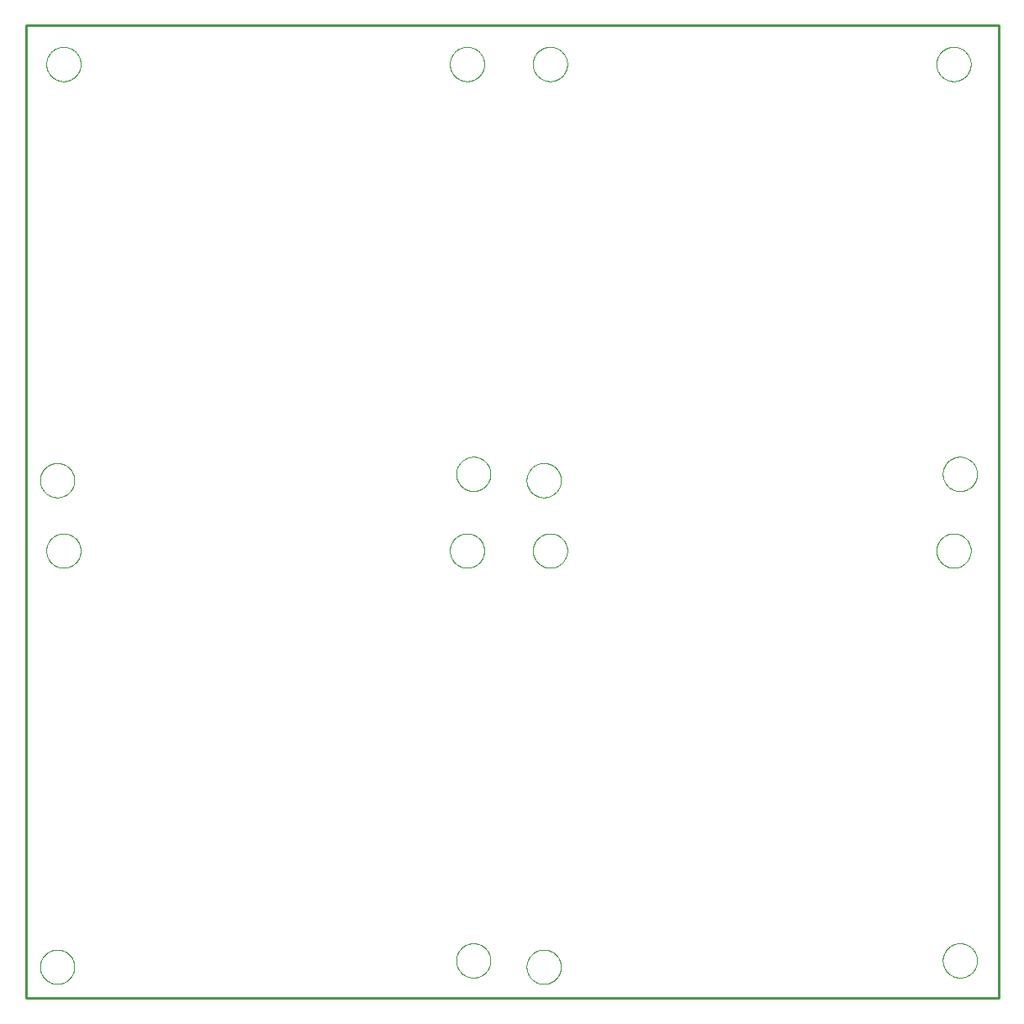
<source format=gtp>
G75*
%MOIN*%
%OFA0B0*%
%FSLAX25Y25*%
%IPPOS*%
%LPD*%
%AMOC8*
5,1,8,0,0,1.08239X$1,22.5*
%
%ADD10C,0.00000*%
%ADD11C,0.01000*%
D10*
X0022033Y0028833D02*
X0022035Y0029000D01*
X0022041Y0029167D01*
X0022051Y0029333D01*
X0022066Y0029500D01*
X0022084Y0029665D01*
X0022107Y0029831D01*
X0022133Y0029996D01*
X0022164Y0030160D01*
X0022198Y0030323D01*
X0022237Y0030485D01*
X0022279Y0030647D01*
X0022326Y0030807D01*
X0022376Y0030966D01*
X0022431Y0031124D01*
X0022489Y0031280D01*
X0022551Y0031435D01*
X0022616Y0031589D01*
X0022686Y0031740D01*
X0022759Y0031890D01*
X0022836Y0032038D01*
X0022916Y0032185D01*
X0023000Y0032329D01*
X0023088Y0032471D01*
X0023179Y0032611D01*
X0023273Y0032748D01*
X0023371Y0032884D01*
X0023472Y0033017D01*
X0023577Y0033147D01*
X0023684Y0033275D01*
X0023795Y0033400D01*
X0023908Y0033522D01*
X0024025Y0033641D01*
X0024144Y0033758D01*
X0024266Y0033871D01*
X0024391Y0033982D01*
X0024519Y0034089D01*
X0024649Y0034194D01*
X0024782Y0034295D01*
X0024918Y0034393D01*
X0025055Y0034487D01*
X0025195Y0034578D01*
X0025337Y0034666D01*
X0025481Y0034750D01*
X0025628Y0034830D01*
X0025776Y0034907D01*
X0025926Y0034980D01*
X0026077Y0035050D01*
X0026231Y0035115D01*
X0026386Y0035177D01*
X0026542Y0035235D01*
X0026700Y0035290D01*
X0026859Y0035340D01*
X0027019Y0035387D01*
X0027181Y0035429D01*
X0027343Y0035468D01*
X0027506Y0035502D01*
X0027670Y0035533D01*
X0027835Y0035559D01*
X0028001Y0035582D01*
X0028166Y0035600D01*
X0028333Y0035615D01*
X0028499Y0035625D01*
X0028666Y0035631D01*
X0028833Y0035633D01*
X0029000Y0035631D01*
X0029167Y0035625D01*
X0029333Y0035615D01*
X0029500Y0035600D01*
X0029665Y0035582D01*
X0029831Y0035559D01*
X0029996Y0035533D01*
X0030160Y0035502D01*
X0030323Y0035468D01*
X0030485Y0035429D01*
X0030647Y0035387D01*
X0030807Y0035340D01*
X0030966Y0035290D01*
X0031124Y0035235D01*
X0031280Y0035177D01*
X0031435Y0035115D01*
X0031589Y0035050D01*
X0031740Y0034980D01*
X0031890Y0034907D01*
X0032038Y0034830D01*
X0032185Y0034750D01*
X0032329Y0034666D01*
X0032471Y0034578D01*
X0032611Y0034487D01*
X0032748Y0034393D01*
X0032884Y0034295D01*
X0033017Y0034194D01*
X0033147Y0034089D01*
X0033275Y0033982D01*
X0033400Y0033871D01*
X0033522Y0033758D01*
X0033641Y0033641D01*
X0033758Y0033522D01*
X0033871Y0033400D01*
X0033982Y0033275D01*
X0034089Y0033147D01*
X0034194Y0033017D01*
X0034295Y0032884D01*
X0034393Y0032748D01*
X0034487Y0032611D01*
X0034578Y0032471D01*
X0034666Y0032329D01*
X0034750Y0032185D01*
X0034830Y0032038D01*
X0034907Y0031890D01*
X0034980Y0031740D01*
X0035050Y0031589D01*
X0035115Y0031435D01*
X0035177Y0031280D01*
X0035235Y0031124D01*
X0035290Y0030966D01*
X0035340Y0030807D01*
X0035387Y0030647D01*
X0035429Y0030485D01*
X0035468Y0030323D01*
X0035502Y0030160D01*
X0035533Y0029996D01*
X0035559Y0029831D01*
X0035582Y0029665D01*
X0035600Y0029500D01*
X0035615Y0029333D01*
X0035625Y0029167D01*
X0035631Y0029000D01*
X0035633Y0028833D01*
X0035631Y0028666D01*
X0035625Y0028499D01*
X0035615Y0028333D01*
X0035600Y0028166D01*
X0035582Y0028001D01*
X0035559Y0027835D01*
X0035533Y0027670D01*
X0035502Y0027506D01*
X0035468Y0027343D01*
X0035429Y0027181D01*
X0035387Y0027019D01*
X0035340Y0026859D01*
X0035290Y0026700D01*
X0035235Y0026542D01*
X0035177Y0026386D01*
X0035115Y0026231D01*
X0035050Y0026077D01*
X0034980Y0025926D01*
X0034907Y0025776D01*
X0034830Y0025628D01*
X0034750Y0025481D01*
X0034666Y0025337D01*
X0034578Y0025195D01*
X0034487Y0025055D01*
X0034393Y0024918D01*
X0034295Y0024782D01*
X0034194Y0024649D01*
X0034089Y0024519D01*
X0033982Y0024391D01*
X0033871Y0024266D01*
X0033758Y0024144D01*
X0033641Y0024025D01*
X0033522Y0023908D01*
X0033400Y0023795D01*
X0033275Y0023684D01*
X0033147Y0023577D01*
X0033017Y0023472D01*
X0032884Y0023371D01*
X0032748Y0023273D01*
X0032611Y0023179D01*
X0032471Y0023088D01*
X0032329Y0023000D01*
X0032185Y0022916D01*
X0032038Y0022836D01*
X0031890Y0022759D01*
X0031740Y0022686D01*
X0031589Y0022616D01*
X0031435Y0022551D01*
X0031280Y0022489D01*
X0031124Y0022431D01*
X0030966Y0022376D01*
X0030807Y0022326D01*
X0030647Y0022279D01*
X0030485Y0022237D01*
X0030323Y0022198D01*
X0030160Y0022164D01*
X0029996Y0022133D01*
X0029831Y0022107D01*
X0029665Y0022084D01*
X0029500Y0022066D01*
X0029333Y0022051D01*
X0029167Y0022041D01*
X0029000Y0022035D01*
X0028833Y0022033D01*
X0028666Y0022035D01*
X0028499Y0022041D01*
X0028333Y0022051D01*
X0028166Y0022066D01*
X0028001Y0022084D01*
X0027835Y0022107D01*
X0027670Y0022133D01*
X0027506Y0022164D01*
X0027343Y0022198D01*
X0027181Y0022237D01*
X0027019Y0022279D01*
X0026859Y0022326D01*
X0026700Y0022376D01*
X0026542Y0022431D01*
X0026386Y0022489D01*
X0026231Y0022551D01*
X0026077Y0022616D01*
X0025926Y0022686D01*
X0025776Y0022759D01*
X0025628Y0022836D01*
X0025481Y0022916D01*
X0025337Y0023000D01*
X0025195Y0023088D01*
X0025055Y0023179D01*
X0024918Y0023273D01*
X0024782Y0023371D01*
X0024649Y0023472D01*
X0024519Y0023577D01*
X0024391Y0023684D01*
X0024266Y0023795D01*
X0024144Y0023908D01*
X0024025Y0024025D01*
X0023908Y0024144D01*
X0023795Y0024266D01*
X0023684Y0024391D01*
X0023577Y0024519D01*
X0023472Y0024649D01*
X0023371Y0024782D01*
X0023273Y0024918D01*
X0023179Y0025055D01*
X0023088Y0025195D01*
X0023000Y0025337D01*
X0022916Y0025481D01*
X0022836Y0025628D01*
X0022759Y0025776D01*
X0022686Y0025926D01*
X0022616Y0026077D01*
X0022551Y0026231D01*
X0022489Y0026386D01*
X0022431Y0026542D01*
X0022376Y0026700D01*
X0022326Y0026859D01*
X0022279Y0027019D01*
X0022237Y0027181D01*
X0022198Y0027343D01*
X0022164Y0027506D01*
X0022133Y0027670D01*
X0022107Y0027835D01*
X0022084Y0028001D01*
X0022066Y0028166D01*
X0022051Y0028333D01*
X0022041Y0028499D01*
X0022035Y0028666D01*
X0022033Y0028833D01*
X0024533Y0193833D02*
X0024535Y0194000D01*
X0024541Y0194167D01*
X0024551Y0194333D01*
X0024566Y0194500D01*
X0024584Y0194665D01*
X0024607Y0194831D01*
X0024633Y0194996D01*
X0024664Y0195160D01*
X0024698Y0195323D01*
X0024737Y0195485D01*
X0024779Y0195647D01*
X0024826Y0195807D01*
X0024876Y0195966D01*
X0024931Y0196124D01*
X0024989Y0196280D01*
X0025051Y0196435D01*
X0025116Y0196589D01*
X0025186Y0196740D01*
X0025259Y0196890D01*
X0025336Y0197038D01*
X0025416Y0197185D01*
X0025500Y0197329D01*
X0025588Y0197471D01*
X0025679Y0197611D01*
X0025773Y0197748D01*
X0025871Y0197884D01*
X0025972Y0198017D01*
X0026077Y0198147D01*
X0026184Y0198275D01*
X0026295Y0198400D01*
X0026408Y0198522D01*
X0026525Y0198641D01*
X0026644Y0198758D01*
X0026766Y0198871D01*
X0026891Y0198982D01*
X0027019Y0199089D01*
X0027149Y0199194D01*
X0027282Y0199295D01*
X0027418Y0199393D01*
X0027555Y0199487D01*
X0027695Y0199578D01*
X0027837Y0199666D01*
X0027981Y0199750D01*
X0028128Y0199830D01*
X0028276Y0199907D01*
X0028426Y0199980D01*
X0028577Y0200050D01*
X0028731Y0200115D01*
X0028886Y0200177D01*
X0029042Y0200235D01*
X0029200Y0200290D01*
X0029359Y0200340D01*
X0029519Y0200387D01*
X0029681Y0200429D01*
X0029843Y0200468D01*
X0030006Y0200502D01*
X0030170Y0200533D01*
X0030335Y0200559D01*
X0030501Y0200582D01*
X0030666Y0200600D01*
X0030833Y0200615D01*
X0030999Y0200625D01*
X0031166Y0200631D01*
X0031333Y0200633D01*
X0031500Y0200631D01*
X0031667Y0200625D01*
X0031833Y0200615D01*
X0032000Y0200600D01*
X0032165Y0200582D01*
X0032331Y0200559D01*
X0032496Y0200533D01*
X0032660Y0200502D01*
X0032823Y0200468D01*
X0032985Y0200429D01*
X0033147Y0200387D01*
X0033307Y0200340D01*
X0033466Y0200290D01*
X0033624Y0200235D01*
X0033780Y0200177D01*
X0033935Y0200115D01*
X0034089Y0200050D01*
X0034240Y0199980D01*
X0034390Y0199907D01*
X0034538Y0199830D01*
X0034685Y0199750D01*
X0034829Y0199666D01*
X0034971Y0199578D01*
X0035111Y0199487D01*
X0035248Y0199393D01*
X0035384Y0199295D01*
X0035517Y0199194D01*
X0035647Y0199089D01*
X0035775Y0198982D01*
X0035900Y0198871D01*
X0036022Y0198758D01*
X0036141Y0198641D01*
X0036258Y0198522D01*
X0036371Y0198400D01*
X0036482Y0198275D01*
X0036589Y0198147D01*
X0036694Y0198017D01*
X0036795Y0197884D01*
X0036893Y0197748D01*
X0036987Y0197611D01*
X0037078Y0197471D01*
X0037166Y0197329D01*
X0037250Y0197185D01*
X0037330Y0197038D01*
X0037407Y0196890D01*
X0037480Y0196740D01*
X0037550Y0196589D01*
X0037615Y0196435D01*
X0037677Y0196280D01*
X0037735Y0196124D01*
X0037790Y0195966D01*
X0037840Y0195807D01*
X0037887Y0195647D01*
X0037929Y0195485D01*
X0037968Y0195323D01*
X0038002Y0195160D01*
X0038033Y0194996D01*
X0038059Y0194831D01*
X0038082Y0194665D01*
X0038100Y0194500D01*
X0038115Y0194333D01*
X0038125Y0194167D01*
X0038131Y0194000D01*
X0038133Y0193833D01*
X0038131Y0193666D01*
X0038125Y0193499D01*
X0038115Y0193333D01*
X0038100Y0193166D01*
X0038082Y0193001D01*
X0038059Y0192835D01*
X0038033Y0192670D01*
X0038002Y0192506D01*
X0037968Y0192343D01*
X0037929Y0192181D01*
X0037887Y0192019D01*
X0037840Y0191859D01*
X0037790Y0191700D01*
X0037735Y0191542D01*
X0037677Y0191386D01*
X0037615Y0191231D01*
X0037550Y0191077D01*
X0037480Y0190926D01*
X0037407Y0190776D01*
X0037330Y0190628D01*
X0037250Y0190481D01*
X0037166Y0190337D01*
X0037078Y0190195D01*
X0036987Y0190055D01*
X0036893Y0189918D01*
X0036795Y0189782D01*
X0036694Y0189649D01*
X0036589Y0189519D01*
X0036482Y0189391D01*
X0036371Y0189266D01*
X0036258Y0189144D01*
X0036141Y0189025D01*
X0036022Y0188908D01*
X0035900Y0188795D01*
X0035775Y0188684D01*
X0035647Y0188577D01*
X0035517Y0188472D01*
X0035384Y0188371D01*
X0035248Y0188273D01*
X0035111Y0188179D01*
X0034971Y0188088D01*
X0034829Y0188000D01*
X0034685Y0187916D01*
X0034538Y0187836D01*
X0034390Y0187759D01*
X0034240Y0187686D01*
X0034089Y0187616D01*
X0033935Y0187551D01*
X0033780Y0187489D01*
X0033624Y0187431D01*
X0033466Y0187376D01*
X0033307Y0187326D01*
X0033147Y0187279D01*
X0032985Y0187237D01*
X0032823Y0187198D01*
X0032660Y0187164D01*
X0032496Y0187133D01*
X0032331Y0187107D01*
X0032165Y0187084D01*
X0032000Y0187066D01*
X0031833Y0187051D01*
X0031667Y0187041D01*
X0031500Y0187035D01*
X0031333Y0187033D01*
X0031166Y0187035D01*
X0030999Y0187041D01*
X0030833Y0187051D01*
X0030666Y0187066D01*
X0030501Y0187084D01*
X0030335Y0187107D01*
X0030170Y0187133D01*
X0030006Y0187164D01*
X0029843Y0187198D01*
X0029681Y0187237D01*
X0029519Y0187279D01*
X0029359Y0187326D01*
X0029200Y0187376D01*
X0029042Y0187431D01*
X0028886Y0187489D01*
X0028731Y0187551D01*
X0028577Y0187616D01*
X0028426Y0187686D01*
X0028276Y0187759D01*
X0028128Y0187836D01*
X0027981Y0187916D01*
X0027837Y0188000D01*
X0027695Y0188088D01*
X0027555Y0188179D01*
X0027418Y0188273D01*
X0027282Y0188371D01*
X0027149Y0188472D01*
X0027019Y0188577D01*
X0026891Y0188684D01*
X0026766Y0188795D01*
X0026644Y0188908D01*
X0026525Y0189025D01*
X0026408Y0189144D01*
X0026295Y0189266D01*
X0026184Y0189391D01*
X0026077Y0189519D01*
X0025972Y0189649D01*
X0025871Y0189782D01*
X0025773Y0189918D01*
X0025679Y0190055D01*
X0025588Y0190195D01*
X0025500Y0190337D01*
X0025416Y0190481D01*
X0025336Y0190628D01*
X0025259Y0190776D01*
X0025186Y0190926D01*
X0025116Y0191077D01*
X0025051Y0191231D01*
X0024989Y0191386D01*
X0024931Y0191542D01*
X0024876Y0191700D01*
X0024826Y0191859D01*
X0024779Y0192019D01*
X0024737Y0192181D01*
X0024698Y0192343D01*
X0024664Y0192506D01*
X0024633Y0192670D01*
X0024607Y0192835D01*
X0024584Y0193001D01*
X0024566Y0193166D01*
X0024551Y0193333D01*
X0024541Y0193499D01*
X0024535Y0193666D01*
X0024533Y0193833D01*
X0022033Y0221747D02*
X0022035Y0221914D01*
X0022041Y0222081D01*
X0022051Y0222247D01*
X0022066Y0222414D01*
X0022084Y0222579D01*
X0022107Y0222745D01*
X0022133Y0222910D01*
X0022164Y0223074D01*
X0022198Y0223237D01*
X0022237Y0223399D01*
X0022279Y0223561D01*
X0022326Y0223721D01*
X0022376Y0223880D01*
X0022431Y0224038D01*
X0022489Y0224194D01*
X0022551Y0224349D01*
X0022616Y0224503D01*
X0022686Y0224654D01*
X0022759Y0224804D01*
X0022836Y0224952D01*
X0022916Y0225099D01*
X0023000Y0225243D01*
X0023088Y0225385D01*
X0023179Y0225525D01*
X0023273Y0225662D01*
X0023371Y0225798D01*
X0023472Y0225931D01*
X0023577Y0226061D01*
X0023684Y0226189D01*
X0023795Y0226314D01*
X0023908Y0226436D01*
X0024025Y0226555D01*
X0024144Y0226672D01*
X0024266Y0226785D01*
X0024391Y0226896D01*
X0024519Y0227003D01*
X0024649Y0227108D01*
X0024782Y0227209D01*
X0024918Y0227307D01*
X0025055Y0227401D01*
X0025195Y0227492D01*
X0025337Y0227580D01*
X0025481Y0227664D01*
X0025628Y0227744D01*
X0025776Y0227821D01*
X0025926Y0227894D01*
X0026077Y0227964D01*
X0026231Y0228029D01*
X0026386Y0228091D01*
X0026542Y0228149D01*
X0026700Y0228204D01*
X0026859Y0228254D01*
X0027019Y0228301D01*
X0027181Y0228343D01*
X0027343Y0228382D01*
X0027506Y0228416D01*
X0027670Y0228447D01*
X0027835Y0228473D01*
X0028001Y0228496D01*
X0028166Y0228514D01*
X0028333Y0228529D01*
X0028499Y0228539D01*
X0028666Y0228545D01*
X0028833Y0228547D01*
X0029000Y0228545D01*
X0029167Y0228539D01*
X0029333Y0228529D01*
X0029500Y0228514D01*
X0029665Y0228496D01*
X0029831Y0228473D01*
X0029996Y0228447D01*
X0030160Y0228416D01*
X0030323Y0228382D01*
X0030485Y0228343D01*
X0030647Y0228301D01*
X0030807Y0228254D01*
X0030966Y0228204D01*
X0031124Y0228149D01*
X0031280Y0228091D01*
X0031435Y0228029D01*
X0031589Y0227964D01*
X0031740Y0227894D01*
X0031890Y0227821D01*
X0032038Y0227744D01*
X0032185Y0227664D01*
X0032329Y0227580D01*
X0032471Y0227492D01*
X0032611Y0227401D01*
X0032748Y0227307D01*
X0032884Y0227209D01*
X0033017Y0227108D01*
X0033147Y0227003D01*
X0033275Y0226896D01*
X0033400Y0226785D01*
X0033522Y0226672D01*
X0033641Y0226555D01*
X0033758Y0226436D01*
X0033871Y0226314D01*
X0033982Y0226189D01*
X0034089Y0226061D01*
X0034194Y0225931D01*
X0034295Y0225798D01*
X0034393Y0225662D01*
X0034487Y0225525D01*
X0034578Y0225385D01*
X0034666Y0225243D01*
X0034750Y0225099D01*
X0034830Y0224952D01*
X0034907Y0224804D01*
X0034980Y0224654D01*
X0035050Y0224503D01*
X0035115Y0224349D01*
X0035177Y0224194D01*
X0035235Y0224038D01*
X0035290Y0223880D01*
X0035340Y0223721D01*
X0035387Y0223561D01*
X0035429Y0223399D01*
X0035468Y0223237D01*
X0035502Y0223074D01*
X0035533Y0222910D01*
X0035559Y0222745D01*
X0035582Y0222579D01*
X0035600Y0222414D01*
X0035615Y0222247D01*
X0035625Y0222081D01*
X0035631Y0221914D01*
X0035633Y0221747D01*
X0035631Y0221580D01*
X0035625Y0221413D01*
X0035615Y0221247D01*
X0035600Y0221080D01*
X0035582Y0220915D01*
X0035559Y0220749D01*
X0035533Y0220584D01*
X0035502Y0220420D01*
X0035468Y0220257D01*
X0035429Y0220095D01*
X0035387Y0219933D01*
X0035340Y0219773D01*
X0035290Y0219614D01*
X0035235Y0219456D01*
X0035177Y0219300D01*
X0035115Y0219145D01*
X0035050Y0218991D01*
X0034980Y0218840D01*
X0034907Y0218690D01*
X0034830Y0218542D01*
X0034750Y0218395D01*
X0034666Y0218251D01*
X0034578Y0218109D01*
X0034487Y0217969D01*
X0034393Y0217832D01*
X0034295Y0217696D01*
X0034194Y0217563D01*
X0034089Y0217433D01*
X0033982Y0217305D01*
X0033871Y0217180D01*
X0033758Y0217058D01*
X0033641Y0216939D01*
X0033522Y0216822D01*
X0033400Y0216709D01*
X0033275Y0216598D01*
X0033147Y0216491D01*
X0033017Y0216386D01*
X0032884Y0216285D01*
X0032748Y0216187D01*
X0032611Y0216093D01*
X0032471Y0216002D01*
X0032329Y0215914D01*
X0032185Y0215830D01*
X0032038Y0215750D01*
X0031890Y0215673D01*
X0031740Y0215600D01*
X0031589Y0215530D01*
X0031435Y0215465D01*
X0031280Y0215403D01*
X0031124Y0215345D01*
X0030966Y0215290D01*
X0030807Y0215240D01*
X0030647Y0215193D01*
X0030485Y0215151D01*
X0030323Y0215112D01*
X0030160Y0215078D01*
X0029996Y0215047D01*
X0029831Y0215021D01*
X0029665Y0214998D01*
X0029500Y0214980D01*
X0029333Y0214965D01*
X0029167Y0214955D01*
X0029000Y0214949D01*
X0028833Y0214947D01*
X0028666Y0214949D01*
X0028499Y0214955D01*
X0028333Y0214965D01*
X0028166Y0214980D01*
X0028001Y0214998D01*
X0027835Y0215021D01*
X0027670Y0215047D01*
X0027506Y0215078D01*
X0027343Y0215112D01*
X0027181Y0215151D01*
X0027019Y0215193D01*
X0026859Y0215240D01*
X0026700Y0215290D01*
X0026542Y0215345D01*
X0026386Y0215403D01*
X0026231Y0215465D01*
X0026077Y0215530D01*
X0025926Y0215600D01*
X0025776Y0215673D01*
X0025628Y0215750D01*
X0025481Y0215830D01*
X0025337Y0215914D01*
X0025195Y0216002D01*
X0025055Y0216093D01*
X0024918Y0216187D01*
X0024782Y0216285D01*
X0024649Y0216386D01*
X0024519Y0216491D01*
X0024391Y0216598D01*
X0024266Y0216709D01*
X0024144Y0216822D01*
X0024025Y0216939D01*
X0023908Y0217058D01*
X0023795Y0217180D01*
X0023684Y0217305D01*
X0023577Y0217433D01*
X0023472Y0217563D01*
X0023371Y0217696D01*
X0023273Y0217832D01*
X0023179Y0217969D01*
X0023088Y0218109D01*
X0023000Y0218251D01*
X0022916Y0218395D01*
X0022836Y0218542D01*
X0022759Y0218690D01*
X0022686Y0218840D01*
X0022616Y0218991D01*
X0022551Y0219145D01*
X0022489Y0219300D01*
X0022431Y0219456D01*
X0022376Y0219614D01*
X0022326Y0219773D01*
X0022279Y0219933D01*
X0022237Y0220095D01*
X0022198Y0220257D01*
X0022164Y0220420D01*
X0022133Y0220584D01*
X0022107Y0220749D01*
X0022084Y0220915D01*
X0022066Y0221080D01*
X0022051Y0221247D01*
X0022041Y0221413D01*
X0022035Y0221580D01*
X0022033Y0221747D01*
X0024533Y0386747D02*
X0024535Y0386914D01*
X0024541Y0387081D01*
X0024551Y0387247D01*
X0024566Y0387414D01*
X0024584Y0387579D01*
X0024607Y0387745D01*
X0024633Y0387910D01*
X0024664Y0388074D01*
X0024698Y0388237D01*
X0024737Y0388399D01*
X0024779Y0388561D01*
X0024826Y0388721D01*
X0024876Y0388880D01*
X0024931Y0389038D01*
X0024989Y0389194D01*
X0025051Y0389349D01*
X0025116Y0389503D01*
X0025186Y0389654D01*
X0025259Y0389804D01*
X0025336Y0389952D01*
X0025416Y0390099D01*
X0025500Y0390243D01*
X0025588Y0390385D01*
X0025679Y0390525D01*
X0025773Y0390662D01*
X0025871Y0390798D01*
X0025972Y0390931D01*
X0026077Y0391061D01*
X0026184Y0391189D01*
X0026295Y0391314D01*
X0026408Y0391436D01*
X0026525Y0391555D01*
X0026644Y0391672D01*
X0026766Y0391785D01*
X0026891Y0391896D01*
X0027019Y0392003D01*
X0027149Y0392108D01*
X0027282Y0392209D01*
X0027418Y0392307D01*
X0027555Y0392401D01*
X0027695Y0392492D01*
X0027837Y0392580D01*
X0027981Y0392664D01*
X0028128Y0392744D01*
X0028276Y0392821D01*
X0028426Y0392894D01*
X0028577Y0392964D01*
X0028731Y0393029D01*
X0028886Y0393091D01*
X0029042Y0393149D01*
X0029200Y0393204D01*
X0029359Y0393254D01*
X0029519Y0393301D01*
X0029681Y0393343D01*
X0029843Y0393382D01*
X0030006Y0393416D01*
X0030170Y0393447D01*
X0030335Y0393473D01*
X0030501Y0393496D01*
X0030666Y0393514D01*
X0030833Y0393529D01*
X0030999Y0393539D01*
X0031166Y0393545D01*
X0031333Y0393547D01*
X0031500Y0393545D01*
X0031667Y0393539D01*
X0031833Y0393529D01*
X0032000Y0393514D01*
X0032165Y0393496D01*
X0032331Y0393473D01*
X0032496Y0393447D01*
X0032660Y0393416D01*
X0032823Y0393382D01*
X0032985Y0393343D01*
X0033147Y0393301D01*
X0033307Y0393254D01*
X0033466Y0393204D01*
X0033624Y0393149D01*
X0033780Y0393091D01*
X0033935Y0393029D01*
X0034089Y0392964D01*
X0034240Y0392894D01*
X0034390Y0392821D01*
X0034538Y0392744D01*
X0034685Y0392664D01*
X0034829Y0392580D01*
X0034971Y0392492D01*
X0035111Y0392401D01*
X0035248Y0392307D01*
X0035384Y0392209D01*
X0035517Y0392108D01*
X0035647Y0392003D01*
X0035775Y0391896D01*
X0035900Y0391785D01*
X0036022Y0391672D01*
X0036141Y0391555D01*
X0036258Y0391436D01*
X0036371Y0391314D01*
X0036482Y0391189D01*
X0036589Y0391061D01*
X0036694Y0390931D01*
X0036795Y0390798D01*
X0036893Y0390662D01*
X0036987Y0390525D01*
X0037078Y0390385D01*
X0037166Y0390243D01*
X0037250Y0390099D01*
X0037330Y0389952D01*
X0037407Y0389804D01*
X0037480Y0389654D01*
X0037550Y0389503D01*
X0037615Y0389349D01*
X0037677Y0389194D01*
X0037735Y0389038D01*
X0037790Y0388880D01*
X0037840Y0388721D01*
X0037887Y0388561D01*
X0037929Y0388399D01*
X0037968Y0388237D01*
X0038002Y0388074D01*
X0038033Y0387910D01*
X0038059Y0387745D01*
X0038082Y0387579D01*
X0038100Y0387414D01*
X0038115Y0387247D01*
X0038125Y0387081D01*
X0038131Y0386914D01*
X0038133Y0386747D01*
X0038131Y0386580D01*
X0038125Y0386413D01*
X0038115Y0386247D01*
X0038100Y0386080D01*
X0038082Y0385915D01*
X0038059Y0385749D01*
X0038033Y0385584D01*
X0038002Y0385420D01*
X0037968Y0385257D01*
X0037929Y0385095D01*
X0037887Y0384933D01*
X0037840Y0384773D01*
X0037790Y0384614D01*
X0037735Y0384456D01*
X0037677Y0384300D01*
X0037615Y0384145D01*
X0037550Y0383991D01*
X0037480Y0383840D01*
X0037407Y0383690D01*
X0037330Y0383542D01*
X0037250Y0383395D01*
X0037166Y0383251D01*
X0037078Y0383109D01*
X0036987Y0382969D01*
X0036893Y0382832D01*
X0036795Y0382696D01*
X0036694Y0382563D01*
X0036589Y0382433D01*
X0036482Y0382305D01*
X0036371Y0382180D01*
X0036258Y0382058D01*
X0036141Y0381939D01*
X0036022Y0381822D01*
X0035900Y0381709D01*
X0035775Y0381598D01*
X0035647Y0381491D01*
X0035517Y0381386D01*
X0035384Y0381285D01*
X0035248Y0381187D01*
X0035111Y0381093D01*
X0034971Y0381002D01*
X0034829Y0380914D01*
X0034685Y0380830D01*
X0034538Y0380750D01*
X0034390Y0380673D01*
X0034240Y0380600D01*
X0034089Y0380530D01*
X0033935Y0380465D01*
X0033780Y0380403D01*
X0033624Y0380345D01*
X0033466Y0380290D01*
X0033307Y0380240D01*
X0033147Y0380193D01*
X0032985Y0380151D01*
X0032823Y0380112D01*
X0032660Y0380078D01*
X0032496Y0380047D01*
X0032331Y0380021D01*
X0032165Y0379998D01*
X0032000Y0379980D01*
X0031833Y0379965D01*
X0031667Y0379955D01*
X0031500Y0379949D01*
X0031333Y0379947D01*
X0031166Y0379949D01*
X0030999Y0379955D01*
X0030833Y0379965D01*
X0030666Y0379980D01*
X0030501Y0379998D01*
X0030335Y0380021D01*
X0030170Y0380047D01*
X0030006Y0380078D01*
X0029843Y0380112D01*
X0029681Y0380151D01*
X0029519Y0380193D01*
X0029359Y0380240D01*
X0029200Y0380290D01*
X0029042Y0380345D01*
X0028886Y0380403D01*
X0028731Y0380465D01*
X0028577Y0380530D01*
X0028426Y0380600D01*
X0028276Y0380673D01*
X0028128Y0380750D01*
X0027981Y0380830D01*
X0027837Y0380914D01*
X0027695Y0381002D01*
X0027555Y0381093D01*
X0027418Y0381187D01*
X0027282Y0381285D01*
X0027149Y0381386D01*
X0027019Y0381491D01*
X0026891Y0381598D01*
X0026766Y0381709D01*
X0026644Y0381822D01*
X0026525Y0381939D01*
X0026408Y0382058D01*
X0026295Y0382180D01*
X0026184Y0382305D01*
X0026077Y0382433D01*
X0025972Y0382563D01*
X0025871Y0382696D01*
X0025773Y0382832D01*
X0025679Y0382969D01*
X0025588Y0383109D01*
X0025500Y0383251D01*
X0025416Y0383395D01*
X0025336Y0383542D01*
X0025259Y0383690D01*
X0025186Y0383840D01*
X0025116Y0383991D01*
X0025051Y0384145D01*
X0024989Y0384300D01*
X0024931Y0384456D01*
X0024876Y0384614D01*
X0024826Y0384773D01*
X0024779Y0384933D01*
X0024737Y0385095D01*
X0024698Y0385257D01*
X0024664Y0385420D01*
X0024633Y0385584D01*
X0024607Y0385749D01*
X0024584Y0385915D01*
X0024566Y0386080D01*
X0024551Y0386247D01*
X0024541Y0386413D01*
X0024535Y0386580D01*
X0024533Y0386747D01*
X0184533Y0386747D02*
X0184535Y0386914D01*
X0184541Y0387081D01*
X0184551Y0387247D01*
X0184566Y0387414D01*
X0184584Y0387579D01*
X0184607Y0387745D01*
X0184633Y0387910D01*
X0184664Y0388074D01*
X0184698Y0388237D01*
X0184737Y0388399D01*
X0184779Y0388561D01*
X0184826Y0388721D01*
X0184876Y0388880D01*
X0184931Y0389038D01*
X0184989Y0389194D01*
X0185051Y0389349D01*
X0185116Y0389503D01*
X0185186Y0389654D01*
X0185259Y0389804D01*
X0185336Y0389952D01*
X0185416Y0390099D01*
X0185500Y0390243D01*
X0185588Y0390385D01*
X0185679Y0390525D01*
X0185773Y0390662D01*
X0185871Y0390798D01*
X0185972Y0390931D01*
X0186077Y0391061D01*
X0186184Y0391189D01*
X0186295Y0391314D01*
X0186408Y0391436D01*
X0186525Y0391555D01*
X0186644Y0391672D01*
X0186766Y0391785D01*
X0186891Y0391896D01*
X0187019Y0392003D01*
X0187149Y0392108D01*
X0187282Y0392209D01*
X0187418Y0392307D01*
X0187555Y0392401D01*
X0187695Y0392492D01*
X0187837Y0392580D01*
X0187981Y0392664D01*
X0188128Y0392744D01*
X0188276Y0392821D01*
X0188426Y0392894D01*
X0188577Y0392964D01*
X0188731Y0393029D01*
X0188886Y0393091D01*
X0189042Y0393149D01*
X0189200Y0393204D01*
X0189359Y0393254D01*
X0189519Y0393301D01*
X0189681Y0393343D01*
X0189843Y0393382D01*
X0190006Y0393416D01*
X0190170Y0393447D01*
X0190335Y0393473D01*
X0190501Y0393496D01*
X0190666Y0393514D01*
X0190833Y0393529D01*
X0190999Y0393539D01*
X0191166Y0393545D01*
X0191333Y0393547D01*
X0191500Y0393545D01*
X0191667Y0393539D01*
X0191833Y0393529D01*
X0192000Y0393514D01*
X0192165Y0393496D01*
X0192331Y0393473D01*
X0192496Y0393447D01*
X0192660Y0393416D01*
X0192823Y0393382D01*
X0192985Y0393343D01*
X0193147Y0393301D01*
X0193307Y0393254D01*
X0193466Y0393204D01*
X0193624Y0393149D01*
X0193780Y0393091D01*
X0193935Y0393029D01*
X0194089Y0392964D01*
X0194240Y0392894D01*
X0194390Y0392821D01*
X0194538Y0392744D01*
X0194685Y0392664D01*
X0194829Y0392580D01*
X0194971Y0392492D01*
X0195111Y0392401D01*
X0195248Y0392307D01*
X0195384Y0392209D01*
X0195517Y0392108D01*
X0195647Y0392003D01*
X0195775Y0391896D01*
X0195900Y0391785D01*
X0196022Y0391672D01*
X0196141Y0391555D01*
X0196258Y0391436D01*
X0196371Y0391314D01*
X0196482Y0391189D01*
X0196589Y0391061D01*
X0196694Y0390931D01*
X0196795Y0390798D01*
X0196893Y0390662D01*
X0196987Y0390525D01*
X0197078Y0390385D01*
X0197166Y0390243D01*
X0197250Y0390099D01*
X0197330Y0389952D01*
X0197407Y0389804D01*
X0197480Y0389654D01*
X0197550Y0389503D01*
X0197615Y0389349D01*
X0197677Y0389194D01*
X0197735Y0389038D01*
X0197790Y0388880D01*
X0197840Y0388721D01*
X0197887Y0388561D01*
X0197929Y0388399D01*
X0197968Y0388237D01*
X0198002Y0388074D01*
X0198033Y0387910D01*
X0198059Y0387745D01*
X0198082Y0387579D01*
X0198100Y0387414D01*
X0198115Y0387247D01*
X0198125Y0387081D01*
X0198131Y0386914D01*
X0198133Y0386747D01*
X0198131Y0386580D01*
X0198125Y0386413D01*
X0198115Y0386247D01*
X0198100Y0386080D01*
X0198082Y0385915D01*
X0198059Y0385749D01*
X0198033Y0385584D01*
X0198002Y0385420D01*
X0197968Y0385257D01*
X0197929Y0385095D01*
X0197887Y0384933D01*
X0197840Y0384773D01*
X0197790Y0384614D01*
X0197735Y0384456D01*
X0197677Y0384300D01*
X0197615Y0384145D01*
X0197550Y0383991D01*
X0197480Y0383840D01*
X0197407Y0383690D01*
X0197330Y0383542D01*
X0197250Y0383395D01*
X0197166Y0383251D01*
X0197078Y0383109D01*
X0196987Y0382969D01*
X0196893Y0382832D01*
X0196795Y0382696D01*
X0196694Y0382563D01*
X0196589Y0382433D01*
X0196482Y0382305D01*
X0196371Y0382180D01*
X0196258Y0382058D01*
X0196141Y0381939D01*
X0196022Y0381822D01*
X0195900Y0381709D01*
X0195775Y0381598D01*
X0195647Y0381491D01*
X0195517Y0381386D01*
X0195384Y0381285D01*
X0195248Y0381187D01*
X0195111Y0381093D01*
X0194971Y0381002D01*
X0194829Y0380914D01*
X0194685Y0380830D01*
X0194538Y0380750D01*
X0194390Y0380673D01*
X0194240Y0380600D01*
X0194089Y0380530D01*
X0193935Y0380465D01*
X0193780Y0380403D01*
X0193624Y0380345D01*
X0193466Y0380290D01*
X0193307Y0380240D01*
X0193147Y0380193D01*
X0192985Y0380151D01*
X0192823Y0380112D01*
X0192660Y0380078D01*
X0192496Y0380047D01*
X0192331Y0380021D01*
X0192165Y0379998D01*
X0192000Y0379980D01*
X0191833Y0379965D01*
X0191667Y0379955D01*
X0191500Y0379949D01*
X0191333Y0379947D01*
X0191166Y0379949D01*
X0190999Y0379955D01*
X0190833Y0379965D01*
X0190666Y0379980D01*
X0190501Y0379998D01*
X0190335Y0380021D01*
X0190170Y0380047D01*
X0190006Y0380078D01*
X0189843Y0380112D01*
X0189681Y0380151D01*
X0189519Y0380193D01*
X0189359Y0380240D01*
X0189200Y0380290D01*
X0189042Y0380345D01*
X0188886Y0380403D01*
X0188731Y0380465D01*
X0188577Y0380530D01*
X0188426Y0380600D01*
X0188276Y0380673D01*
X0188128Y0380750D01*
X0187981Y0380830D01*
X0187837Y0380914D01*
X0187695Y0381002D01*
X0187555Y0381093D01*
X0187418Y0381187D01*
X0187282Y0381285D01*
X0187149Y0381386D01*
X0187019Y0381491D01*
X0186891Y0381598D01*
X0186766Y0381709D01*
X0186644Y0381822D01*
X0186525Y0381939D01*
X0186408Y0382058D01*
X0186295Y0382180D01*
X0186184Y0382305D01*
X0186077Y0382433D01*
X0185972Y0382563D01*
X0185871Y0382696D01*
X0185773Y0382832D01*
X0185679Y0382969D01*
X0185588Y0383109D01*
X0185500Y0383251D01*
X0185416Y0383395D01*
X0185336Y0383542D01*
X0185259Y0383690D01*
X0185186Y0383840D01*
X0185116Y0383991D01*
X0185051Y0384145D01*
X0184989Y0384300D01*
X0184931Y0384456D01*
X0184876Y0384614D01*
X0184826Y0384773D01*
X0184779Y0384933D01*
X0184737Y0385095D01*
X0184698Y0385257D01*
X0184664Y0385420D01*
X0184633Y0385584D01*
X0184607Y0385749D01*
X0184584Y0385915D01*
X0184566Y0386080D01*
X0184551Y0386247D01*
X0184541Y0386413D01*
X0184535Y0386580D01*
X0184533Y0386747D01*
X0217447Y0386747D02*
X0217449Y0386914D01*
X0217455Y0387081D01*
X0217465Y0387247D01*
X0217480Y0387414D01*
X0217498Y0387579D01*
X0217521Y0387745D01*
X0217547Y0387910D01*
X0217578Y0388074D01*
X0217612Y0388237D01*
X0217651Y0388399D01*
X0217693Y0388561D01*
X0217740Y0388721D01*
X0217790Y0388880D01*
X0217845Y0389038D01*
X0217903Y0389194D01*
X0217965Y0389349D01*
X0218030Y0389503D01*
X0218100Y0389654D01*
X0218173Y0389804D01*
X0218250Y0389952D01*
X0218330Y0390099D01*
X0218414Y0390243D01*
X0218502Y0390385D01*
X0218593Y0390525D01*
X0218687Y0390662D01*
X0218785Y0390798D01*
X0218886Y0390931D01*
X0218991Y0391061D01*
X0219098Y0391189D01*
X0219209Y0391314D01*
X0219322Y0391436D01*
X0219439Y0391555D01*
X0219558Y0391672D01*
X0219680Y0391785D01*
X0219805Y0391896D01*
X0219933Y0392003D01*
X0220063Y0392108D01*
X0220196Y0392209D01*
X0220332Y0392307D01*
X0220469Y0392401D01*
X0220609Y0392492D01*
X0220751Y0392580D01*
X0220895Y0392664D01*
X0221042Y0392744D01*
X0221190Y0392821D01*
X0221340Y0392894D01*
X0221491Y0392964D01*
X0221645Y0393029D01*
X0221800Y0393091D01*
X0221956Y0393149D01*
X0222114Y0393204D01*
X0222273Y0393254D01*
X0222433Y0393301D01*
X0222595Y0393343D01*
X0222757Y0393382D01*
X0222920Y0393416D01*
X0223084Y0393447D01*
X0223249Y0393473D01*
X0223415Y0393496D01*
X0223580Y0393514D01*
X0223747Y0393529D01*
X0223913Y0393539D01*
X0224080Y0393545D01*
X0224247Y0393547D01*
X0224414Y0393545D01*
X0224581Y0393539D01*
X0224747Y0393529D01*
X0224914Y0393514D01*
X0225079Y0393496D01*
X0225245Y0393473D01*
X0225410Y0393447D01*
X0225574Y0393416D01*
X0225737Y0393382D01*
X0225899Y0393343D01*
X0226061Y0393301D01*
X0226221Y0393254D01*
X0226380Y0393204D01*
X0226538Y0393149D01*
X0226694Y0393091D01*
X0226849Y0393029D01*
X0227003Y0392964D01*
X0227154Y0392894D01*
X0227304Y0392821D01*
X0227452Y0392744D01*
X0227599Y0392664D01*
X0227743Y0392580D01*
X0227885Y0392492D01*
X0228025Y0392401D01*
X0228162Y0392307D01*
X0228298Y0392209D01*
X0228431Y0392108D01*
X0228561Y0392003D01*
X0228689Y0391896D01*
X0228814Y0391785D01*
X0228936Y0391672D01*
X0229055Y0391555D01*
X0229172Y0391436D01*
X0229285Y0391314D01*
X0229396Y0391189D01*
X0229503Y0391061D01*
X0229608Y0390931D01*
X0229709Y0390798D01*
X0229807Y0390662D01*
X0229901Y0390525D01*
X0229992Y0390385D01*
X0230080Y0390243D01*
X0230164Y0390099D01*
X0230244Y0389952D01*
X0230321Y0389804D01*
X0230394Y0389654D01*
X0230464Y0389503D01*
X0230529Y0389349D01*
X0230591Y0389194D01*
X0230649Y0389038D01*
X0230704Y0388880D01*
X0230754Y0388721D01*
X0230801Y0388561D01*
X0230843Y0388399D01*
X0230882Y0388237D01*
X0230916Y0388074D01*
X0230947Y0387910D01*
X0230973Y0387745D01*
X0230996Y0387579D01*
X0231014Y0387414D01*
X0231029Y0387247D01*
X0231039Y0387081D01*
X0231045Y0386914D01*
X0231047Y0386747D01*
X0231045Y0386580D01*
X0231039Y0386413D01*
X0231029Y0386247D01*
X0231014Y0386080D01*
X0230996Y0385915D01*
X0230973Y0385749D01*
X0230947Y0385584D01*
X0230916Y0385420D01*
X0230882Y0385257D01*
X0230843Y0385095D01*
X0230801Y0384933D01*
X0230754Y0384773D01*
X0230704Y0384614D01*
X0230649Y0384456D01*
X0230591Y0384300D01*
X0230529Y0384145D01*
X0230464Y0383991D01*
X0230394Y0383840D01*
X0230321Y0383690D01*
X0230244Y0383542D01*
X0230164Y0383395D01*
X0230080Y0383251D01*
X0229992Y0383109D01*
X0229901Y0382969D01*
X0229807Y0382832D01*
X0229709Y0382696D01*
X0229608Y0382563D01*
X0229503Y0382433D01*
X0229396Y0382305D01*
X0229285Y0382180D01*
X0229172Y0382058D01*
X0229055Y0381939D01*
X0228936Y0381822D01*
X0228814Y0381709D01*
X0228689Y0381598D01*
X0228561Y0381491D01*
X0228431Y0381386D01*
X0228298Y0381285D01*
X0228162Y0381187D01*
X0228025Y0381093D01*
X0227885Y0381002D01*
X0227743Y0380914D01*
X0227599Y0380830D01*
X0227452Y0380750D01*
X0227304Y0380673D01*
X0227154Y0380600D01*
X0227003Y0380530D01*
X0226849Y0380465D01*
X0226694Y0380403D01*
X0226538Y0380345D01*
X0226380Y0380290D01*
X0226221Y0380240D01*
X0226061Y0380193D01*
X0225899Y0380151D01*
X0225737Y0380112D01*
X0225574Y0380078D01*
X0225410Y0380047D01*
X0225245Y0380021D01*
X0225079Y0379998D01*
X0224914Y0379980D01*
X0224747Y0379965D01*
X0224581Y0379955D01*
X0224414Y0379949D01*
X0224247Y0379947D01*
X0224080Y0379949D01*
X0223913Y0379955D01*
X0223747Y0379965D01*
X0223580Y0379980D01*
X0223415Y0379998D01*
X0223249Y0380021D01*
X0223084Y0380047D01*
X0222920Y0380078D01*
X0222757Y0380112D01*
X0222595Y0380151D01*
X0222433Y0380193D01*
X0222273Y0380240D01*
X0222114Y0380290D01*
X0221956Y0380345D01*
X0221800Y0380403D01*
X0221645Y0380465D01*
X0221491Y0380530D01*
X0221340Y0380600D01*
X0221190Y0380673D01*
X0221042Y0380750D01*
X0220895Y0380830D01*
X0220751Y0380914D01*
X0220609Y0381002D01*
X0220469Y0381093D01*
X0220332Y0381187D01*
X0220196Y0381285D01*
X0220063Y0381386D01*
X0219933Y0381491D01*
X0219805Y0381598D01*
X0219680Y0381709D01*
X0219558Y0381822D01*
X0219439Y0381939D01*
X0219322Y0382058D01*
X0219209Y0382180D01*
X0219098Y0382305D01*
X0218991Y0382433D01*
X0218886Y0382563D01*
X0218785Y0382696D01*
X0218687Y0382832D01*
X0218593Y0382969D01*
X0218502Y0383109D01*
X0218414Y0383251D01*
X0218330Y0383395D01*
X0218250Y0383542D01*
X0218173Y0383690D01*
X0218100Y0383840D01*
X0218030Y0383991D01*
X0217965Y0384145D01*
X0217903Y0384300D01*
X0217845Y0384456D01*
X0217790Y0384614D01*
X0217740Y0384773D01*
X0217693Y0384933D01*
X0217651Y0385095D01*
X0217612Y0385257D01*
X0217578Y0385420D01*
X0217547Y0385584D01*
X0217521Y0385749D01*
X0217498Y0385915D01*
X0217480Y0386080D01*
X0217465Y0386247D01*
X0217455Y0386413D01*
X0217449Y0386580D01*
X0217447Y0386747D01*
X0187033Y0224247D02*
X0187035Y0224414D01*
X0187041Y0224581D01*
X0187051Y0224747D01*
X0187066Y0224914D01*
X0187084Y0225079D01*
X0187107Y0225245D01*
X0187133Y0225410D01*
X0187164Y0225574D01*
X0187198Y0225737D01*
X0187237Y0225899D01*
X0187279Y0226061D01*
X0187326Y0226221D01*
X0187376Y0226380D01*
X0187431Y0226538D01*
X0187489Y0226694D01*
X0187551Y0226849D01*
X0187616Y0227003D01*
X0187686Y0227154D01*
X0187759Y0227304D01*
X0187836Y0227452D01*
X0187916Y0227599D01*
X0188000Y0227743D01*
X0188088Y0227885D01*
X0188179Y0228025D01*
X0188273Y0228162D01*
X0188371Y0228298D01*
X0188472Y0228431D01*
X0188577Y0228561D01*
X0188684Y0228689D01*
X0188795Y0228814D01*
X0188908Y0228936D01*
X0189025Y0229055D01*
X0189144Y0229172D01*
X0189266Y0229285D01*
X0189391Y0229396D01*
X0189519Y0229503D01*
X0189649Y0229608D01*
X0189782Y0229709D01*
X0189918Y0229807D01*
X0190055Y0229901D01*
X0190195Y0229992D01*
X0190337Y0230080D01*
X0190481Y0230164D01*
X0190628Y0230244D01*
X0190776Y0230321D01*
X0190926Y0230394D01*
X0191077Y0230464D01*
X0191231Y0230529D01*
X0191386Y0230591D01*
X0191542Y0230649D01*
X0191700Y0230704D01*
X0191859Y0230754D01*
X0192019Y0230801D01*
X0192181Y0230843D01*
X0192343Y0230882D01*
X0192506Y0230916D01*
X0192670Y0230947D01*
X0192835Y0230973D01*
X0193001Y0230996D01*
X0193166Y0231014D01*
X0193333Y0231029D01*
X0193499Y0231039D01*
X0193666Y0231045D01*
X0193833Y0231047D01*
X0194000Y0231045D01*
X0194167Y0231039D01*
X0194333Y0231029D01*
X0194500Y0231014D01*
X0194665Y0230996D01*
X0194831Y0230973D01*
X0194996Y0230947D01*
X0195160Y0230916D01*
X0195323Y0230882D01*
X0195485Y0230843D01*
X0195647Y0230801D01*
X0195807Y0230754D01*
X0195966Y0230704D01*
X0196124Y0230649D01*
X0196280Y0230591D01*
X0196435Y0230529D01*
X0196589Y0230464D01*
X0196740Y0230394D01*
X0196890Y0230321D01*
X0197038Y0230244D01*
X0197185Y0230164D01*
X0197329Y0230080D01*
X0197471Y0229992D01*
X0197611Y0229901D01*
X0197748Y0229807D01*
X0197884Y0229709D01*
X0198017Y0229608D01*
X0198147Y0229503D01*
X0198275Y0229396D01*
X0198400Y0229285D01*
X0198522Y0229172D01*
X0198641Y0229055D01*
X0198758Y0228936D01*
X0198871Y0228814D01*
X0198982Y0228689D01*
X0199089Y0228561D01*
X0199194Y0228431D01*
X0199295Y0228298D01*
X0199393Y0228162D01*
X0199487Y0228025D01*
X0199578Y0227885D01*
X0199666Y0227743D01*
X0199750Y0227599D01*
X0199830Y0227452D01*
X0199907Y0227304D01*
X0199980Y0227154D01*
X0200050Y0227003D01*
X0200115Y0226849D01*
X0200177Y0226694D01*
X0200235Y0226538D01*
X0200290Y0226380D01*
X0200340Y0226221D01*
X0200387Y0226061D01*
X0200429Y0225899D01*
X0200468Y0225737D01*
X0200502Y0225574D01*
X0200533Y0225410D01*
X0200559Y0225245D01*
X0200582Y0225079D01*
X0200600Y0224914D01*
X0200615Y0224747D01*
X0200625Y0224581D01*
X0200631Y0224414D01*
X0200633Y0224247D01*
X0200631Y0224080D01*
X0200625Y0223913D01*
X0200615Y0223747D01*
X0200600Y0223580D01*
X0200582Y0223415D01*
X0200559Y0223249D01*
X0200533Y0223084D01*
X0200502Y0222920D01*
X0200468Y0222757D01*
X0200429Y0222595D01*
X0200387Y0222433D01*
X0200340Y0222273D01*
X0200290Y0222114D01*
X0200235Y0221956D01*
X0200177Y0221800D01*
X0200115Y0221645D01*
X0200050Y0221491D01*
X0199980Y0221340D01*
X0199907Y0221190D01*
X0199830Y0221042D01*
X0199750Y0220895D01*
X0199666Y0220751D01*
X0199578Y0220609D01*
X0199487Y0220469D01*
X0199393Y0220332D01*
X0199295Y0220196D01*
X0199194Y0220063D01*
X0199089Y0219933D01*
X0198982Y0219805D01*
X0198871Y0219680D01*
X0198758Y0219558D01*
X0198641Y0219439D01*
X0198522Y0219322D01*
X0198400Y0219209D01*
X0198275Y0219098D01*
X0198147Y0218991D01*
X0198017Y0218886D01*
X0197884Y0218785D01*
X0197748Y0218687D01*
X0197611Y0218593D01*
X0197471Y0218502D01*
X0197329Y0218414D01*
X0197185Y0218330D01*
X0197038Y0218250D01*
X0196890Y0218173D01*
X0196740Y0218100D01*
X0196589Y0218030D01*
X0196435Y0217965D01*
X0196280Y0217903D01*
X0196124Y0217845D01*
X0195966Y0217790D01*
X0195807Y0217740D01*
X0195647Y0217693D01*
X0195485Y0217651D01*
X0195323Y0217612D01*
X0195160Y0217578D01*
X0194996Y0217547D01*
X0194831Y0217521D01*
X0194665Y0217498D01*
X0194500Y0217480D01*
X0194333Y0217465D01*
X0194167Y0217455D01*
X0194000Y0217449D01*
X0193833Y0217447D01*
X0193666Y0217449D01*
X0193499Y0217455D01*
X0193333Y0217465D01*
X0193166Y0217480D01*
X0193001Y0217498D01*
X0192835Y0217521D01*
X0192670Y0217547D01*
X0192506Y0217578D01*
X0192343Y0217612D01*
X0192181Y0217651D01*
X0192019Y0217693D01*
X0191859Y0217740D01*
X0191700Y0217790D01*
X0191542Y0217845D01*
X0191386Y0217903D01*
X0191231Y0217965D01*
X0191077Y0218030D01*
X0190926Y0218100D01*
X0190776Y0218173D01*
X0190628Y0218250D01*
X0190481Y0218330D01*
X0190337Y0218414D01*
X0190195Y0218502D01*
X0190055Y0218593D01*
X0189918Y0218687D01*
X0189782Y0218785D01*
X0189649Y0218886D01*
X0189519Y0218991D01*
X0189391Y0219098D01*
X0189266Y0219209D01*
X0189144Y0219322D01*
X0189025Y0219439D01*
X0188908Y0219558D01*
X0188795Y0219680D01*
X0188684Y0219805D01*
X0188577Y0219933D01*
X0188472Y0220063D01*
X0188371Y0220196D01*
X0188273Y0220332D01*
X0188179Y0220469D01*
X0188088Y0220609D01*
X0188000Y0220751D01*
X0187916Y0220895D01*
X0187836Y0221042D01*
X0187759Y0221190D01*
X0187686Y0221340D01*
X0187616Y0221491D01*
X0187551Y0221645D01*
X0187489Y0221800D01*
X0187431Y0221956D01*
X0187376Y0222114D01*
X0187326Y0222273D01*
X0187279Y0222433D01*
X0187237Y0222595D01*
X0187198Y0222757D01*
X0187164Y0222920D01*
X0187133Y0223084D01*
X0187107Y0223249D01*
X0187084Y0223415D01*
X0187066Y0223580D01*
X0187051Y0223747D01*
X0187041Y0223913D01*
X0187035Y0224080D01*
X0187033Y0224247D01*
X0184533Y0193833D02*
X0184535Y0194000D01*
X0184541Y0194167D01*
X0184551Y0194333D01*
X0184566Y0194500D01*
X0184584Y0194665D01*
X0184607Y0194831D01*
X0184633Y0194996D01*
X0184664Y0195160D01*
X0184698Y0195323D01*
X0184737Y0195485D01*
X0184779Y0195647D01*
X0184826Y0195807D01*
X0184876Y0195966D01*
X0184931Y0196124D01*
X0184989Y0196280D01*
X0185051Y0196435D01*
X0185116Y0196589D01*
X0185186Y0196740D01*
X0185259Y0196890D01*
X0185336Y0197038D01*
X0185416Y0197185D01*
X0185500Y0197329D01*
X0185588Y0197471D01*
X0185679Y0197611D01*
X0185773Y0197748D01*
X0185871Y0197884D01*
X0185972Y0198017D01*
X0186077Y0198147D01*
X0186184Y0198275D01*
X0186295Y0198400D01*
X0186408Y0198522D01*
X0186525Y0198641D01*
X0186644Y0198758D01*
X0186766Y0198871D01*
X0186891Y0198982D01*
X0187019Y0199089D01*
X0187149Y0199194D01*
X0187282Y0199295D01*
X0187418Y0199393D01*
X0187555Y0199487D01*
X0187695Y0199578D01*
X0187837Y0199666D01*
X0187981Y0199750D01*
X0188128Y0199830D01*
X0188276Y0199907D01*
X0188426Y0199980D01*
X0188577Y0200050D01*
X0188731Y0200115D01*
X0188886Y0200177D01*
X0189042Y0200235D01*
X0189200Y0200290D01*
X0189359Y0200340D01*
X0189519Y0200387D01*
X0189681Y0200429D01*
X0189843Y0200468D01*
X0190006Y0200502D01*
X0190170Y0200533D01*
X0190335Y0200559D01*
X0190501Y0200582D01*
X0190666Y0200600D01*
X0190833Y0200615D01*
X0190999Y0200625D01*
X0191166Y0200631D01*
X0191333Y0200633D01*
X0191500Y0200631D01*
X0191667Y0200625D01*
X0191833Y0200615D01*
X0192000Y0200600D01*
X0192165Y0200582D01*
X0192331Y0200559D01*
X0192496Y0200533D01*
X0192660Y0200502D01*
X0192823Y0200468D01*
X0192985Y0200429D01*
X0193147Y0200387D01*
X0193307Y0200340D01*
X0193466Y0200290D01*
X0193624Y0200235D01*
X0193780Y0200177D01*
X0193935Y0200115D01*
X0194089Y0200050D01*
X0194240Y0199980D01*
X0194390Y0199907D01*
X0194538Y0199830D01*
X0194685Y0199750D01*
X0194829Y0199666D01*
X0194971Y0199578D01*
X0195111Y0199487D01*
X0195248Y0199393D01*
X0195384Y0199295D01*
X0195517Y0199194D01*
X0195647Y0199089D01*
X0195775Y0198982D01*
X0195900Y0198871D01*
X0196022Y0198758D01*
X0196141Y0198641D01*
X0196258Y0198522D01*
X0196371Y0198400D01*
X0196482Y0198275D01*
X0196589Y0198147D01*
X0196694Y0198017D01*
X0196795Y0197884D01*
X0196893Y0197748D01*
X0196987Y0197611D01*
X0197078Y0197471D01*
X0197166Y0197329D01*
X0197250Y0197185D01*
X0197330Y0197038D01*
X0197407Y0196890D01*
X0197480Y0196740D01*
X0197550Y0196589D01*
X0197615Y0196435D01*
X0197677Y0196280D01*
X0197735Y0196124D01*
X0197790Y0195966D01*
X0197840Y0195807D01*
X0197887Y0195647D01*
X0197929Y0195485D01*
X0197968Y0195323D01*
X0198002Y0195160D01*
X0198033Y0194996D01*
X0198059Y0194831D01*
X0198082Y0194665D01*
X0198100Y0194500D01*
X0198115Y0194333D01*
X0198125Y0194167D01*
X0198131Y0194000D01*
X0198133Y0193833D01*
X0198131Y0193666D01*
X0198125Y0193499D01*
X0198115Y0193333D01*
X0198100Y0193166D01*
X0198082Y0193001D01*
X0198059Y0192835D01*
X0198033Y0192670D01*
X0198002Y0192506D01*
X0197968Y0192343D01*
X0197929Y0192181D01*
X0197887Y0192019D01*
X0197840Y0191859D01*
X0197790Y0191700D01*
X0197735Y0191542D01*
X0197677Y0191386D01*
X0197615Y0191231D01*
X0197550Y0191077D01*
X0197480Y0190926D01*
X0197407Y0190776D01*
X0197330Y0190628D01*
X0197250Y0190481D01*
X0197166Y0190337D01*
X0197078Y0190195D01*
X0196987Y0190055D01*
X0196893Y0189918D01*
X0196795Y0189782D01*
X0196694Y0189649D01*
X0196589Y0189519D01*
X0196482Y0189391D01*
X0196371Y0189266D01*
X0196258Y0189144D01*
X0196141Y0189025D01*
X0196022Y0188908D01*
X0195900Y0188795D01*
X0195775Y0188684D01*
X0195647Y0188577D01*
X0195517Y0188472D01*
X0195384Y0188371D01*
X0195248Y0188273D01*
X0195111Y0188179D01*
X0194971Y0188088D01*
X0194829Y0188000D01*
X0194685Y0187916D01*
X0194538Y0187836D01*
X0194390Y0187759D01*
X0194240Y0187686D01*
X0194089Y0187616D01*
X0193935Y0187551D01*
X0193780Y0187489D01*
X0193624Y0187431D01*
X0193466Y0187376D01*
X0193307Y0187326D01*
X0193147Y0187279D01*
X0192985Y0187237D01*
X0192823Y0187198D01*
X0192660Y0187164D01*
X0192496Y0187133D01*
X0192331Y0187107D01*
X0192165Y0187084D01*
X0192000Y0187066D01*
X0191833Y0187051D01*
X0191667Y0187041D01*
X0191500Y0187035D01*
X0191333Y0187033D01*
X0191166Y0187035D01*
X0190999Y0187041D01*
X0190833Y0187051D01*
X0190666Y0187066D01*
X0190501Y0187084D01*
X0190335Y0187107D01*
X0190170Y0187133D01*
X0190006Y0187164D01*
X0189843Y0187198D01*
X0189681Y0187237D01*
X0189519Y0187279D01*
X0189359Y0187326D01*
X0189200Y0187376D01*
X0189042Y0187431D01*
X0188886Y0187489D01*
X0188731Y0187551D01*
X0188577Y0187616D01*
X0188426Y0187686D01*
X0188276Y0187759D01*
X0188128Y0187836D01*
X0187981Y0187916D01*
X0187837Y0188000D01*
X0187695Y0188088D01*
X0187555Y0188179D01*
X0187418Y0188273D01*
X0187282Y0188371D01*
X0187149Y0188472D01*
X0187019Y0188577D01*
X0186891Y0188684D01*
X0186766Y0188795D01*
X0186644Y0188908D01*
X0186525Y0189025D01*
X0186408Y0189144D01*
X0186295Y0189266D01*
X0186184Y0189391D01*
X0186077Y0189519D01*
X0185972Y0189649D01*
X0185871Y0189782D01*
X0185773Y0189918D01*
X0185679Y0190055D01*
X0185588Y0190195D01*
X0185500Y0190337D01*
X0185416Y0190481D01*
X0185336Y0190628D01*
X0185259Y0190776D01*
X0185186Y0190926D01*
X0185116Y0191077D01*
X0185051Y0191231D01*
X0184989Y0191386D01*
X0184931Y0191542D01*
X0184876Y0191700D01*
X0184826Y0191859D01*
X0184779Y0192019D01*
X0184737Y0192181D01*
X0184698Y0192343D01*
X0184664Y0192506D01*
X0184633Y0192670D01*
X0184607Y0192835D01*
X0184584Y0193001D01*
X0184566Y0193166D01*
X0184551Y0193333D01*
X0184541Y0193499D01*
X0184535Y0193666D01*
X0184533Y0193833D01*
X0217447Y0193833D02*
X0217449Y0194000D01*
X0217455Y0194167D01*
X0217465Y0194333D01*
X0217480Y0194500D01*
X0217498Y0194665D01*
X0217521Y0194831D01*
X0217547Y0194996D01*
X0217578Y0195160D01*
X0217612Y0195323D01*
X0217651Y0195485D01*
X0217693Y0195647D01*
X0217740Y0195807D01*
X0217790Y0195966D01*
X0217845Y0196124D01*
X0217903Y0196280D01*
X0217965Y0196435D01*
X0218030Y0196589D01*
X0218100Y0196740D01*
X0218173Y0196890D01*
X0218250Y0197038D01*
X0218330Y0197185D01*
X0218414Y0197329D01*
X0218502Y0197471D01*
X0218593Y0197611D01*
X0218687Y0197748D01*
X0218785Y0197884D01*
X0218886Y0198017D01*
X0218991Y0198147D01*
X0219098Y0198275D01*
X0219209Y0198400D01*
X0219322Y0198522D01*
X0219439Y0198641D01*
X0219558Y0198758D01*
X0219680Y0198871D01*
X0219805Y0198982D01*
X0219933Y0199089D01*
X0220063Y0199194D01*
X0220196Y0199295D01*
X0220332Y0199393D01*
X0220469Y0199487D01*
X0220609Y0199578D01*
X0220751Y0199666D01*
X0220895Y0199750D01*
X0221042Y0199830D01*
X0221190Y0199907D01*
X0221340Y0199980D01*
X0221491Y0200050D01*
X0221645Y0200115D01*
X0221800Y0200177D01*
X0221956Y0200235D01*
X0222114Y0200290D01*
X0222273Y0200340D01*
X0222433Y0200387D01*
X0222595Y0200429D01*
X0222757Y0200468D01*
X0222920Y0200502D01*
X0223084Y0200533D01*
X0223249Y0200559D01*
X0223415Y0200582D01*
X0223580Y0200600D01*
X0223747Y0200615D01*
X0223913Y0200625D01*
X0224080Y0200631D01*
X0224247Y0200633D01*
X0224414Y0200631D01*
X0224581Y0200625D01*
X0224747Y0200615D01*
X0224914Y0200600D01*
X0225079Y0200582D01*
X0225245Y0200559D01*
X0225410Y0200533D01*
X0225574Y0200502D01*
X0225737Y0200468D01*
X0225899Y0200429D01*
X0226061Y0200387D01*
X0226221Y0200340D01*
X0226380Y0200290D01*
X0226538Y0200235D01*
X0226694Y0200177D01*
X0226849Y0200115D01*
X0227003Y0200050D01*
X0227154Y0199980D01*
X0227304Y0199907D01*
X0227452Y0199830D01*
X0227599Y0199750D01*
X0227743Y0199666D01*
X0227885Y0199578D01*
X0228025Y0199487D01*
X0228162Y0199393D01*
X0228298Y0199295D01*
X0228431Y0199194D01*
X0228561Y0199089D01*
X0228689Y0198982D01*
X0228814Y0198871D01*
X0228936Y0198758D01*
X0229055Y0198641D01*
X0229172Y0198522D01*
X0229285Y0198400D01*
X0229396Y0198275D01*
X0229503Y0198147D01*
X0229608Y0198017D01*
X0229709Y0197884D01*
X0229807Y0197748D01*
X0229901Y0197611D01*
X0229992Y0197471D01*
X0230080Y0197329D01*
X0230164Y0197185D01*
X0230244Y0197038D01*
X0230321Y0196890D01*
X0230394Y0196740D01*
X0230464Y0196589D01*
X0230529Y0196435D01*
X0230591Y0196280D01*
X0230649Y0196124D01*
X0230704Y0195966D01*
X0230754Y0195807D01*
X0230801Y0195647D01*
X0230843Y0195485D01*
X0230882Y0195323D01*
X0230916Y0195160D01*
X0230947Y0194996D01*
X0230973Y0194831D01*
X0230996Y0194665D01*
X0231014Y0194500D01*
X0231029Y0194333D01*
X0231039Y0194167D01*
X0231045Y0194000D01*
X0231047Y0193833D01*
X0231045Y0193666D01*
X0231039Y0193499D01*
X0231029Y0193333D01*
X0231014Y0193166D01*
X0230996Y0193001D01*
X0230973Y0192835D01*
X0230947Y0192670D01*
X0230916Y0192506D01*
X0230882Y0192343D01*
X0230843Y0192181D01*
X0230801Y0192019D01*
X0230754Y0191859D01*
X0230704Y0191700D01*
X0230649Y0191542D01*
X0230591Y0191386D01*
X0230529Y0191231D01*
X0230464Y0191077D01*
X0230394Y0190926D01*
X0230321Y0190776D01*
X0230244Y0190628D01*
X0230164Y0190481D01*
X0230080Y0190337D01*
X0229992Y0190195D01*
X0229901Y0190055D01*
X0229807Y0189918D01*
X0229709Y0189782D01*
X0229608Y0189649D01*
X0229503Y0189519D01*
X0229396Y0189391D01*
X0229285Y0189266D01*
X0229172Y0189144D01*
X0229055Y0189025D01*
X0228936Y0188908D01*
X0228814Y0188795D01*
X0228689Y0188684D01*
X0228561Y0188577D01*
X0228431Y0188472D01*
X0228298Y0188371D01*
X0228162Y0188273D01*
X0228025Y0188179D01*
X0227885Y0188088D01*
X0227743Y0188000D01*
X0227599Y0187916D01*
X0227452Y0187836D01*
X0227304Y0187759D01*
X0227154Y0187686D01*
X0227003Y0187616D01*
X0226849Y0187551D01*
X0226694Y0187489D01*
X0226538Y0187431D01*
X0226380Y0187376D01*
X0226221Y0187326D01*
X0226061Y0187279D01*
X0225899Y0187237D01*
X0225737Y0187198D01*
X0225574Y0187164D01*
X0225410Y0187133D01*
X0225245Y0187107D01*
X0225079Y0187084D01*
X0224914Y0187066D01*
X0224747Y0187051D01*
X0224581Y0187041D01*
X0224414Y0187035D01*
X0224247Y0187033D01*
X0224080Y0187035D01*
X0223913Y0187041D01*
X0223747Y0187051D01*
X0223580Y0187066D01*
X0223415Y0187084D01*
X0223249Y0187107D01*
X0223084Y0187133D01*
X0222920Y0187164D01*
X0222757Y0187198D01*
X0222595Y0187237D01*
X0222433Y0187279D01*
X0222273Y0187326D01*
X0222114Y0187376D01*
X0221956Y0187431D01*
X0221800Y0187489D01*
X0221645Y0187551D01*
X0221491Y0187616D01*
X0221340Y0187686D01*
X0221190Y0187759D01*
X0221042Y0187836D01*
X0220895Y0187916D01*
X0220751Y0188000D01*
X0220609Y0188088D01*
X0220469Y0188179D01*
X0220332Y0188273D01*
X0220196Y0188371D01*
X0220063Y0188472D01*
X0219933Y0188577D01*
X0219805Y0188684D01*
X0219680Y0188795D01*
X0219558Y0188908D01*
X0219439Y0189025D01*
X0219322Y0189144D01*
X0219209Y0189266D01*
X0219098Y0189391D01*
X0218991Y0189519D01*
X0218886Y0189649D01*
X0218785Y0189782D01*
X0218687Y0189918D01*
X0218593Y0190055D01*
X0218502Y0190195D01*
X0218414Y0190337D01*
X0218330Y0190481D01*
X0218250Y0190628D01*
X0218173Y0190776D01*
X0218100Y0190926D01*
X0218030Y0191077D01*
X0217965Y0191231D01*
X0217903Y0191386D01*
X0217845Y0191542D01*
X0217790Y0191700D01*
X0217740Y0191859D01*
X0217693Y0192019D01*
X0217651Y0192181D01*
X0217612Y0192343D01*
X0217578Y0192506D01*
X0217547Y0192670D01*
X0217521Y0192835D01*
X0217498Y0193001D01*
X0217480Y0193166D01*
X0217465Y0193333D01*
X0217455Y0193499D01*
X0217449Y0193666D01*
X0217447Y0193833D01*
X0214947Y0221747D02*
X0214949Y0221914D01*
X0214955Y0222081D01*
X0214965Y0222247D01*
X0214980Y0222414D01*
X0214998Y0222579D01*
X0215021Y0222745D01*
X0215047Y0222910D01*
X0215078Y0223074D01*
X0215112Y0223237D01*
X0215151Y0223399D01*
X0215193Y0223561D01*
X0215240Y0223721D01*
X0215290Y0223880D01*
X0215345Y0224038D01*
X0215403Y0224194D01*
X0215465Y0224349D01*
X0215530Y0224503D01*
X0215600Y0224654D01*
X0215673Y0224804D01*
X0215750Y0224952D01*
X0215830Y0225099D01*
X0215914Y0225243D01*
X0216002Y0225385D01*
X0216093Y0225525D01*
X0216187Y0225662D01*
X0216285Y0225798D01*
X0216386Y0225931D01*
X0216491Y0226061D01*
X0216598Y0226189D01*
X0216709Y0226314D01*
X0216822Y0226436D01*
X0216939Y0226555D01*
X0217058Y0226672D01*
X0217180Y0226785D01*
X0217305Y0226896D01*
X0217433Y0227003D01*
X0217563Y0227108D01*
X0217696Y0227209D01*
X0217832Y0227307D01*
X0217969Y0227401D01*
X0218109Y0227492D01*
X0218251Y0227580D01*
X0218395Y0227664D01*
X0218542Y0227744D01*
X0218690Y0227821D01*
X0218840Y0227894D01*
X0218991Y0227964D01*
X0219145Y0228029D01*
X0219300Y0228091D01*
X0219456Y0228149D01*
X0219614Y0228204D01*
X0219773Y0228254D01*
X0219933Y0228301D01*
X0220095Y0228343D01*
X0220257Y0228382D01*
X0220420Y0228416D01*
X0220584Y0228447D01*
X0220749Y0228473D01*
X0220915Y0228496D01*
X0221080Y0228514D01*
X0221247Y0228529D01*
X0221413Y0228539D01*
X0221580Y0228545D01*
X0221747Y0228547D01*
X0221914Y0228545D01*
X0222081Y0228539D01*
X0222247Y0228529D01*
X0222414Y0228514D01*
X0222579Y0228496D01*
X0222745Y0228473D01*
X0222910Y0228447D01*
X0223074Y0228416D01*
X0223237Y0228382D01*
X0223399Y0228343D01*
X0223561Y0228301D01*
X0223721Y0228254D01*
X0223880Y0228204D01*
X0224038Y0228149D01*
X0224194Y0228091D01*
X0224349Y0228029D01*
X0224503Y0227964D01*
X0224654Y0227894D01*
X0224804Y0227821D01*
X0224952Y0227744D01*
X0225099Y0227664D01*
X0225243Y0227580D01*
X0225385Y0227492D01*
X0225525Y0227401D01*
X0225662Y0227307D01*
X0225798Y0227209D01*
X0225931Y0227108D01*
X0226061Y0227003D01*
X0226189Y0226896D01*
X0226314Y0226785D01*
X0226436Y0226672D01*
X0226555Y0226555D01*
X0226672Y0226436D01*
X0226785Y0226314D01*
X0226896Y0226189D01*
X0227003Y0226061D01*
X0227108Y0225931D01*
X0227209Y0225798D01*
X0227307Y0225662D01*
X0227401Y0225525D01*
X0227492Y0225385D01*
X0227580Y0225243D01*
X0227664Y0225099D01*
X0227744Y0224952D01*
X0227821Y0224804D01*
X0227894Y0224654D01*
X0227964Y0224503D01*
X0228029Y0224349D01*
X0228091Y0224194D01*
X0228149Y0224038D01*
X0228204Y0223880D01*
X0228254Y0223721D01*
X0228301Y0223561D01*
X0228343Y0223399D01*
X0228382Y0223237D01*
X0228416Y0223074D01*
X0228447Y0222910D01*
X0228473Y0222745D01*
X0228496Y0222579D01*
X0228514Y0222414D01*
X0228529Y0222247D01*
X0228539Y0222081D01*
X0228545Y0221914D01*
X0228547Y0221747D01*
X0228545Y0221580D01*
X0228539Y0221413D01*
X0228529Y0221247D01*
X0228514Y0221080D01*
X0228496Y0220915D01*
X0228473Y0220749D01*
X0228447Y0220584D01*
X0228416Y0220420D01*
X0228382Y0220257D01*
X0228343Y0220095D01*
X0228301Y0219933D01*
X0228254Y0219773D01*
X0228204Y0219614D01*
X0228149Y0219456D01*
X0228091Y0219300D01*
X0228029Y0219145D01*
X0227964Y0218991D01*
X0227894Y0218840D01*
X0227821Y0218690D01*
X0227744Y0218542D01*
X0227664Y0218395D01*
X0227580Y0218251D01*
X0227492Y0218109D01*
X0227401Y0217969D01*
X0227307Y0217832D01*
X0227209Y0217696D01*
X0227108Y0217563D01*
X0227003Y0217433D01*
X0226896Y0217305D01*
X0226785Y0217180D01*
X0226672Y0217058D01*
X0226555Y0216939D01*
X0226436Y0216822D01*
X0226314Y0216709D01*
X0226189Y0216598D01*
X0226061Y0216491D01*
X0225931Y0216386D01*
X0225798Y0216285D01*
X0225662Y0216187D01*
X0225525Y0216093D01*
X0225385Y0216002D01*
X0225243Y0215914D01*
X0225099Y0215830D01*
X0224952Y0215750D01*
X0224804Y0215673D01*
X0224654Y0215600D01*
X0224503Y0215530D01*
X0224349Y0215465D01*
X0224194Y0215403D01*
X0224038Y0215345D01*
X0223880Y0215290D01*
X0223721Y0215240D01*
X0223561Y0215193D01*
X0223399Y0215151D01*
X0223237Y0215112D01*
X0223074Y0215078D01*
X0222910Y0215047D01*
X0222745Y0215021D01*
X0222579Y0214998D01*
X0222414Y0214980D01*
X0222247Y0214965D01*
X0222081Y0214955D01*
X0221914Y0214949D01*
X0221747Y0214947D01*
X0221580Y0214949D01*
X0221413Y0214955D01*
X0221247Y0214965D01*
X0221080Y0214980D01*
X0220915Y0214998D01*
X0220749Y0215021D01*
X0220584Y0215047D01*
X0220420Y0215078D01*
X0220257Y0215112D01*
X0220095Y0215151D01*
X0219933Y0215193D01*
X0219773Y0215240D01*
X0219614Y0215290D01*
X0219456Y0215345D01*
X0219300Y0215403D01*
X0219145Y0215465D01*
X0218991Y0215530D01*
X0218840Y0215600D01*
X0218690Y0215673D01*
X0218542Y0215750D01*
X0218395Y0215830D01*
X0218251Y0215914D01*
X0218109Y0216002D01*
X0217969Y0216093D01*
X0217832Y0216187D01*
X0217696Y0216285D01*
X0217563Y0216386D01*
X0217433Y0216491D01*
X0217305Y0216598D01*
X0217180Y0216709D01*
X0217058Y0216822D01*
X0216939Y0216939D01*
X0216822Y0217058D01*
X0216709Y0217180D01*
X0216598Y0217305D01*
X0216491Y0217433D01*
X0216386Y0217563D01*
X0216285Y0217696D01*
X0216187Y0217832D01*
X0216093Y0217969D01*
X0216002Y0218109D01*
X0215914Y0218251D01*
X0215830Y0218395D01*
X0215750Y0218542D01*
X0215673Y0218690D01*
X0215600Y0218840D01*
X0215530Y0218991D01*
X0215465Y0219145D01*
X0215403Y0219300D01*
X0215345Y0219456D01*
X0215290Y0219614D01*
X0215240Y0219773D01*
X0215193Y0219933D01*
X0215151Y0220095D01*
X0215112Y0220257D01*
X0215078Y0220420D01*
X0215047Y0220584D01*
X0215021Y0220749D01*
X0214998Y0220915D01*
X0214980Y0221080D01*
X0214965Y0221247D01*
X0214955Y0221413D01*
X0214949Y0221580D01*
X0214947Y0221747D01*
X0377447Y0193833D02*
X0377449Y0194000D01*
X0377455Y0194167D01*
X0377465Y0194333D01*
X0377480Y0194500D01*
X0377498Y0194665D01*
X0377521Y0194831D01*
X0377547Y0194996D01*
X0377578Y0195160D01*
X0377612Y0195323D01*
X0377651Y0195485D01*
X0377693Y0195647D01*
X0377740Y0195807D01*
X0377790Y0195966D01*
X0377845Y0196124D01*
X0377903Y0196280D01*
X0377965Y0196435D01*
X0378030Y0196589D01*
X0378100Y0196740D01*
X0378173Y0196890D01*
X0378250Y0197038D01*
X0378330Y0197185D01*
X0378414Y0197329D01*
X0378502Y0197471D01*
X0378593Y0197611D01*
X0378687Y0197748D01*
X0378785Y0197884D01*
X0378886Y0198017D01*
X0378991Y0198147D01*
X0379098Y0198275D01*
X0379209Y0198400D01*
X0379322Y0198522D01*
X0379439Y0198641D01*
X0379558Y0198758D01*
X0379680Y0198871D01*
X0379805Y0198982D01*
X0379933Y0199089D01*
X0380063Y0199194D01*
X0380196Y0199295D01*
X0380332Y0199393D01*
X0380469Y0199487D01*
X0380609Y0199578D01*
X0380751Y0199666D01*
X0380895Y0199750D01*
X0381042Y0199830D01*
X0381190Y0199907D01*
X0381340Y0199980D01*
X0381491Y0200050D01*
X0381645Y0200115D01*
X0381800Y0200177D01*
X0381956Y0200235D01*
X0382114Y0200290D01*
X0382273Y0200340D01*
X0382433Y0200387D01*
X0382595Y0200429D01*
X0382757Y0200468D01*
X0382920Y0200502D01*
X0383084Y0200533D01*
X0383249Y0200559D01*
X0383415Y0200582D01*
X0383580Y0200600D01*
X0383747Y0200615D01*
X0383913Y0200625D01*
X0384080Y0200631D01*
X0384247Y0200633D01*
X0384414Y0200631D01*
X0384581Y0200625D01*
X0384747Y0200615D01*
X0384914Y0200600D01*
X0385079Y0200582D01*
X0385245Y0200559D01*
X0385410Y0200533D01*
X0385574Y0200502D01*
X0385737Y0200468D01*
X0385899Y0200429D01*
X0386061Y0200387D01*
X0386221Y0200340D01*
X0386380Y0200290D01*
X0386538Y0200235D01*
X0386694Y0200177D01*
X0386849Y0200115D01*
X0387003Y0200050D01*
X0387154Y0199980D01*
X0387304Y0199907D01*
X0387452Y0199830D01*
X0387599Y0199750D01*
X0387743Y0199666D01*
X0387885Y0199578D01*
X0388025Y0199487D01*
X0388162Y0199393D01*
X0388298Y0199295D01*
X0388431Y0199194D01*
X0388561Y0199089D01*
X0388689Y0198982D01*
X0388814Y0198871D01*
X0388936Y0198758D01*
X0389055Y0198641D01*
X0389172Y0198522D01*
X0389285Y0198400D01*
X0389396Y0198275D01*
X0389503Y0198147D01*
X0389608Y0198017D01*
X0389709Y0197884D01*
X0389807Y0197748D01*
X0389901Y0197611D01*
X0389992Y0197471D01*
X0390080Y0197329D01*
X0390164Y0197185D01*
X0390244Y0197038D01*
X0390321Y0196890D01*
X0390394Y0196740D01*
X0390464Y0196589D01*
X0390529Y0196435D01*
X0390591Y0196280D01*
X0390649Y0196124D01*
X0390704Y0195966D01*
X0390754Y0195807D01*
X0390801Y0195647D01*
X0390843Y0195485D01*
X0390882Y0195323D01*
X0390916Y0195160D01*
X0390947Y0194996D01*
X0390973Y0194831D01*
X0390996Y0194665D01*
X0391014Y0194500D01*
X0391029Y0194333D01*
X0391039Y0194167D01*
X0391045Y0194000D01*
X0391047Y0193833D01*
X0391045Y0193666D01*
X0391039Y0193499D01*
X0391029Y0193333D01*
X0391014Y0193166D01*
X0390996Y0193001D01*
X0390973Y0192835D01*
X0390947Y0192670D01*
X0390916Y0192506D01*
X0390882Y0192343D01*
X0390843Y0192181D01*
X0390801Y0192019D01*
X0390754Y0191859D01*
X0390704Y0191700D01*
X0390649Y0191542D01*
X0390591Y0191386D01*
X0390529Y0191231D01*
X0390464Y0191077D01*
X0390394Y0190926D01*
X0390321Y0190776D01*
X0390244Y0190628D01*
X0390164Y0190481D01*
X0390080Y0190337D01*
X0389992Y0190195D01*
X0389901Y0190055D01*
X0389807Y0189918D01*
X0389709Y0189782D01*
X0389608Y0189649D01*
X0389503Y0189519D01*
X0389396Y0189391D01*
X0389285Y0189266D01*
X0389172Y0189144D01*
X0389055Y0189025D01*
X0388936Y0188908D01*
X0388814Y0188795D01*
X0388689Y0188684D01*
X0388561Y0188577D01*
X0388431Y0188472D01*
X0388298Y0188371D01*
X0388162Y0188273D01*
X0388025Y0188179D01*
X0387885Y0188088D01*
X0387743Y0188000D01*
X0387599Y0187916D01*
X0387452Y0187836D01*
X0387304Y0187759D01*
X0387154Y0187686D01*
X0387003Y0187616D01*
X0386849Y0187551D01*
X0386694Y0187489D01*
X0386538Y0187431D01*
X0386380Y0187376D01*
X0386221Y0187326D01*
X0386061Y0187279D01*
X0385899Y0187237D01*
X0385737Y0187198D01*
X0385574Y0187164D01*
X0385410Y0187133D01*
X0385245Y0187107D01*
X0385079Y0187084D01*
X0384914Y0187066D01*
X0384747Y0187051D01*
X0384581Y0187041D01*
X0384414Y0187035D01*
X0384247Y0187033D01*
X0384080Y0187035D01*
X0383913Y0187041D01*
X0383747Y0187051D01*
X0383580Y0187066D01*
X0383415Y0187084D01*
X0383249Y0187107D01*
X0383084Y0187133D01*
X0382920Y0187164D01*
X0382757Y0187198D01*
X0382595Y0187237D01*
X0382433Y0187279D01*
X0382273Y0187326D01*
X0382114Y0187376D01*
X0381956Y0187431D01*
X0381800Y0187489D01*
X0381645Y0187551D01*
X0381491Y0187616D01*
X0381340Y0187686D01*
X0381190Y0187759D01*
X0381042Y0187836D01*
X0380895Y0187916D01*
X0380751Y0188000D01*
X0380609Y0188088D01*
X0380469Y0188179D01*
X0380332Y0188273D01*
X0380196Y0188371D01*
X0380063Y0188472D01*
X0379933Y0188577D01*
X0379805Y0188684D01*
X0379680Y0188795D01*
X0379558Y0188908D01*
X0379439Y0189025D01*
X0379322Y0189144D01*
X0379209Y0189266D01*
X0379098Y0189391D01*
X0378991Y0189519D01*
X0378886Y0189649D01*
X0378785Y0189782D01*
X0378687Y0189918D01*
X0378593Y0190055D01*
X0378502Y0190195D01*
X0378414Y0190337D01*
X0378330Y0190481D01*
X0378250Y0190628D01*
X0378173Y0190776D01*
X0378100Y0190926D01*
X0378030Y0191077D01*
X0377965Y0191231D01*
X0377903Y0191386D01*
X0377845Y0191542D01*
X0377790Y0191700D01*
X0377740Y0191859D01*
X0377693Y0192019D01*
X0377651Y0192181D01*
X0377612Y0192343D01*
X0377578Y0192506D01*
X0377547Y0192670D01*
X0377521Y0192835D01*
X0377498Y0193001D01*
X0377480Y0193166D01*
X0377465Y0193333D01*
X0377455Y0193499D01*
X0377449Y0193666D01*
X0377447Y0193833D01*
X0379947Y0224247D02*
X0379949Y0224414D01*
X0379955Y0224581D01*
X0379965Y0224747D01*
X0379980Y0224914D01*
X0379998Y0225079D01*
X0380021Y0225245D01*
X0380047Y0225410D01*
X0380078Y0225574D01*
X0380112Y0225737D01*
X0380151Y0225899D01*
X0380193Y0226061D01*
X0380240Y0226221D01*
X0380290Y0226380D01*
X0380345Y0226538D01*
X0380403Y0226694D01*
X0380465Y0226849D01*
X0380530Y0227003D01*
X0380600Y0227154D01*
X0380673Y0227304D01*
X0380750Y0227452D01*
X0380830Y0227599D01*
X0380914Y0227743D01*
X0381002Y0227885D01*
X0381093Y0228025D01*
X0381187Y0228162D01*
X0381285Y0228298D01*
X0381386Y0228431D01*
X0381491Y0228561D01*
X0381598Y0228689D01*
X0381709Y0228814D01*
X0381822Y0228936D01*
X0381939Y0229055D01*
X0382058Y0229172D01*
X0382180Y0229285D01*
X0382305Y0229396D01*
X0382433Y0229503D01*
X0382563Y0229608D01*
X0382696Y0229709D01*
X0382832Y0229807D01*
X0382969Y0229901D01*
X0383109Y0229992D01*
X0383251Y0230080D01*
X0383395Y0230164D01*
X0383542Y0230244D01*
X0383690Y0230321D01*
X0383840Y0230394D01*
X0383991Y0230464D01*
X0384145Y0230529D01*
X0384300Y0230591D01*
X0384456Y0230649D01*
X0384614Y0230704D01*
X0384773Y0230754D01*
X0384933Y0230801D01*
X0385095Y0230843D01*
X0385257Y0230882D01*
X0385420Y0230916D01*
X0385584Y0230947D01*
X0385749Y0230973D01*
X0385915Y0230996D01*
X0386080Y0231014D01*
X0386247Y0231029D01*
X0386413Y0231039D01*
X0386580Y0231045D01*
X0386747Y0231047D01*
X0386914Y0231045D01*
X0387081Y0231039D01*
X0387247Y0231029D01*
X0387414Y0231014D01*
X0387579Y0230996D01*
X0387745Y0230973D01*
X0387910Y0230947D01*
X0388074Y0230916D01*
X0388237Y0230882D01*
X0388399Y0230843D01*
X0388561Y0230801D01*
X0388721Y0230754D01*
X0388880Y0230704D01*
X0389038Y0230649D01*
X0389194Y0230591D01*
X0389349Y0230529D01*
X0389503Y0230464D01*
X0389654Y0230394D01*
X0389804Y0230321D01*
X0389952Y0230244D01*
X0390099Y0230164D01*
X0390243Y0230080D01*
X0390385Y0229992D01*
X0390525Y0229901D01*
X0390662Y0229807D01*
X0390798Y0229709D01*
X0390931Y0229608D01*
X0391061Y0229503D01*
X0391189Y0229396D01*
X0391314Y0229285D01*
X0391436Y0229172D01*
X0391555Y0229055D01*
X0391672Y0228936D01*
X0391785Y0228814D01*
X0391896Y0228689D01*
X0392003Y0228561D01*
X0392108Y0228431D01*
X0392209Y0228298D01*
X0392307Y0228162D01*
X0392401Y0228025D01*
X0392492Y0227885D01*
X0392580Y0227743D01*
X0392664Y0227599D01*
X0392744Y0227452D01*
X0392821Y0227304D01*
X0392894Y0227154D01*
X0392964Y0227003D01*
X0393029Y0226849D01*
X0393091Y0226694D01*
X0393149Y0226538D01*
X0393204Y0226380D01*
X0393254Y0226221D01*
X0393301Y0226061D01*
X0393343Y0225899D01*
X0393382Y0225737D01*
X0393416Y0225574D01*
X0393447Y0225410D01*
X0393473Y0225245D01*
X0393496Y0225079D01*
X0393514Y0224914D01*
X0393529Y0224747D01*
X0393539Y0224581D01*
X0393545Y0224414D01*
X0393547Y0224247D01*
X0393545Y0224080D01*
X0393539Y0223913D01*
X0393529Y0223747D01*
X0393514Y0223580D01*
X0393496Y0223415D01*
X0393473Y0223249D01*
X0393447Y0223084D01*
X0393416Y0222920D01*
X0393382Y0222757D01*
X0393343Y0222595D01*
X0393301Y0222433D01*
X0393254Y0222273D01*
X0393204Y0222114D01*
X0393149Y0221956D01*
X0393091Y0221800D01*
X0393029Y0221645D01*
X0392964Y0221491D01*
X0392894Y0221340D01*
X0392821Y0221190D01*
X0392744Y0221042D01*
X0392664Y0220895D01*
X0392580Y0220751D01*
X0392492Y0220609D01*
X0392401Y0220469D01*
X0392307Y0220332D01*
X0392209Y0220196D01*
X0392108Y0220063D01*
X0392003Y0219933D01*
X0391896Y0219805D01*
X0391785Y0219680D01*
X0391672Y0219558D01*
X0391555Y0219439D01*
X0391436Y0219322D01*
X0391314Y0219209D01*
X0391189Y0219098D01*
X0391061Y0218991D01*
X0390931Y0218886D01*
X0390798Y0218785D01*
X0390662Y0218687D01*
X0390525Y0218593D01*
X0390385Y0218502D01*
X0390243Y0218414D01*
X0390099Y0218330D01*
X0389952Y0218250D01*
X0389804Y0218173D01*
X0389654Y0218100D01*
X0389503Y0218030D01*
X0389349Y0217965D01*
X0389194Y0217903D01*
X0389038Y0217845D01*
X0388880Y0217790D01*
X0388721Y0217740D01*
X0388561Y0217693D01*
X0388399Y0217651D01*
X0388237Y0217612D01*
X0388074Y0217578D01*
X0387910Y0217547D01*
X0387745Y0217521D01*
X0387579Y0217498D01*
X0387414Y0217480D01*
X0387247Y0217465D01*
X0387081Y0217455D01*
X0386914Y0217449D01*
X0386747Y0217447D01*
X0386580Y0217449D01*
X0386413Y0217455D01*
X0386247Y0217465D01*
X0386080Y0217480D01*
X0385915Y0217498D01*
X0385749Y0217521D01*
X0385584Y0217547D01*
X0385420Y0217578D01*
X0385257Y0217612D01*
X0385095Y0217651D01*
X0384933Y0217693D01*
X0384773Y0217740D01*
X0384614Y0217790D01*
X0384456Y0217845D01*
X0384300Y0217903D01*
X0384145Y0217965D01*
X0383991Y0218030D01*
X0383840Y0218100D01*
X0383690Y0218173D01*
X0383542Y0218250D01*
X0383395Y0218330D01*
X0383251Y0218414D01*
X0383109Y0218502D01*
X0382969Y0218593D01*
X0382832Y0218687D01*
X0382696Y0218785D01*
X0382563Y0218886D01*
X0382433Y0218991D01*
X0382305Y0219098D01*
X0382180Y0219209D01*
X0382058Y0219322D01*
X0381939Y0219439D01*
X0381822Y0219558D01*
X0381709Y0219680D01*
X0381598Y0219805D01*
X0381491Y0219933D01*
X0381386Y0220063D01*
X0381285Y0220196D01*
X0381187Y0220332D01*
X0381093Y0220469D01*
X0381002Y0220609D01*
X0380914Y0220751D01*
X0380830Y0220895D01*
X0380750Y0221042D01*
X0380673Y0221190D01*
X0380600Y0221340D01*
X0380530Y0221491D01*
X0380465Y0221645D01*
X0380403Y0221800D01*
X0380345Y0221956D01*
X0380290Y0222114D01*
X0380240Y0222273D01*
X0380193Y0222433D01*
X0380151Y0222595D01*
X0380112Y0222757D01*
X0380078Y0222920D01*
X0380047Y0223084D01*
X0380021Y0223249D01*
X0379998Y0223415D01*
X0379980Y0223580D01*
X0379965Y0223747D01*
X0379955Y0223913D01*
X0379949Y0224080D01*
X0379947Y0224247D01*
X0377447Y0386747D02*
X0377449Y0386914D01*
X0377455Y0387081D01*
X0377465Y0387247D01*
X0377480Y0387414D01*
X0377498Y0387579D01*
X0377521Y0387745D01*
X0377547Y0387910D01*
X0377578Y0388074D01*
X0377612Y0388237D01*
X0377651Y0388399D01*
X0377693Y0388561D01*
X0377740Y0388721D01*
X0377790Y0388880D01*
X0377845Y0389038D01*
X0377903Y0389194D01*
X0377965Y0389349D01*
X0378030Y0389503D01*
X0378100Y0389654D01*
X0378173Y0389804D01*
X0378250Y0389952D01*
X0378330Y0390099D01*
X0378414Y0390243D01*
X0378502Y0390385D01*
X0378593Y0390525D01*
X0378687Y0390662D01*
X0378785Y0390798D01*
X0378886Y0390931D01*
X0378991Y0391061D01*
X0379098Y0391189D01*
X0379209Y0391314D01*
X0379322Y0391436D01*
X0379439Y0391555D01*
X0379558Y0391672D01*
X0379680Y0391785D01*
X0379805Y0391896D01*
X0379933Y0392003D01*
X0380063Y0392108D01*
X0380196Y0392209D01*
X0380332Y0392307D01*
X0380469Y0392401D01*
X0380609Y0392492D01*
X0380751Y0392580D01*
X0380895Y0392664D01*
X0381042Y0392744D01*
X0381190Y0392821D01*
X0381340Y0392894D01*
X0381491Y0392964D01*
X0381645Y0393029D01*
X0381800Y0393091D01*
X0381956Y0393149D01*
X0382114Y0393204D01*
X0382273Y0393254D01*
X0382433Y0393301D01*
X0382595Y0393343D01*
X0382757Y0393382D01*
X0382920Y0393416D01*
X0383084Y0393447D01*
X0383249Y0393473D01*
X0383415Y0393496D01*
X0383580Y0393514D01*
X0383747Y0393529D01*
X0383913Y0393539D01*
X0384080Y0393545D01*
X0384247Y0393547D01*
X0384414Y0393545D01*
X0384581Y0393539D01*
X0384747Y0393529D01*
X0384914Y0393514D01*
X0385079Y0393496D01*
X0385245Y0393473D01*
X0385410Y0393447D01*
X0385574Y0393416D01*
X0385737Y0393382D01*
X0385899Y0393343D01*
X0386061Y0393301D01*
X0386221Y0393254D01*
X0386380Y0393204D01*
X0386538Y0393149D01*
X0386694Y0393091D01*
X0386849Y0393029D01*
X0387003Y0392964D01*
X0387154Y0392894D01*
X0387304Y0392821D01*
X0387452Y0392744D01*
X0387599Y0392664D01*
X0387743Y0392580D01*
X0387885Y0392492D01*
X0388025Y0392401D01*
X0388162Y0392307D01*
X0388298Y0392209D01*
X0388431Y0392108D01*
X0388561Y0392003D01*
X0388689Y0391896D01*
X0388814Y0391785D01*
X0388936Y0391672D01*
X0389055Y0391555D01*
X0389172Y0391436D01*
X0389285Y0391314D01*
X0389396Y0391189D01*
X0389503Y0391061D01*
X0389608Y0390931D01*
X0389709Y0390798D01*
X0389807Y0390662D01*
X0389901Y0390525D01*
X0389992Y0390385D01*
X0390080Y0390243D01*
X0390164Y0390099D01*
X0390244Y0389952D01*
X0390321Y0389804D01*
X0390394Y0389654D01*
X0390464Y0389503D01*
X0390529Y0389349D01*
X0390591Y0389194D01*
X0390649Y0389038D01*
X0390704Y0388880D01*
X0390754Y0388721D01*
X0390801Y0388561D01*
X0390843Y0388399D01*
X0390882Y0388237D01*
X0390916Y0388074D01*
X0390947Y0387910D01*
X0390973Y0387745D01*
X0390996Y0387579D01*
X0391014Y0387414D01*
X0391029Y0387247D01*
X0391039Y0387081D01*
X0391045Y0386914D01*
X0391047Y0386747D01*
X0391045Y0386580D01*
X0391039Y0386413D01*
X0391029Y0386247D01*
X0391014Y0386080D01*
X0390996Y0385915D01*
X0390973Y0385749D01*
X0390947Y0385584D01*
X0390916Y0385420D01*
X0390882Y0385257D01*
X0390843Y0385095D01*
X0390801Y0384933D01*
X0390754Y0384773D01*
X0390704Y0384614D01*
X0390649Y0384456D01*
X0390591Y0384300D01*
X0390529Y0384145D01*
X0390464Y0383991D01*
X0390394Y0383840D01*
X0390321Y0383690D01*
X0390244Y0383542D01*
X0390164Y0383395D01*
X0390080Y0383251D01*
X0389992Y0383109D01*
X0389901Y0382969D01*
X0389807Y0382832D01*
X0389709Y0382696D01*
X0389608Y0382563D01*
X0389503Y0382433D01*
X0389396Y0382305D01*
X0389285Y0382180D01*
X0389172Y0382058D01*
X0389055Y0381939D01*
X0388936Y0381822D01*
X0388814Y0381709D01*
X0388689Y0381598D01*
X0388561Y0381491D01*
X0388431Y0381386D01*
X0388298Y0381285D01*
X0388162Y0381187D01*
X0388025Y0381093D01*
X0387885Y0381002D01*
X0387743Y0380914D01*
X0387599Y0380830D01*
X0387452Y0380750D01*
X0387304Y0380673D01*
X0387154Y0380600D01*
X0387003Y0380530D01*
X0386849Y0380465D01*
X0386694Y0380403D01*
X0386538Y0380345D01*
X0386380Y0380290D01*
X0386221Y0380240D01*
X0386061Y0380193D01*
X0385899Y0380151D01*
X0385737Y0380112D01*
X0385574Y0380078D01*
X0385410Y0380047D01*
X0385245Y0380021D01*
X0385079Y0379998D01*
X0384914Y0379980D01*
X0384747Y0379965D01*
X0384581Y0379955D01*
X0384414Y0379949D01*
X0384247Y0379947D01*
X0384080Y0379949D01*
X0383913Y0379955D01*
X0383747Y0379965D01*
X0383580Y0379980D01*
X0383415Y0379998D01*
X0383249Y0380021D01*
X0383084Y0380047D01*
X0382920Y0380078D01*
X0382757Y0380112D01*
X0382595Y0380151D01*
X0382433Y0380193D01*
X0382273Y0380240D01*
X0382114Y0380290D01*
X0381956Y0380345D01*
X0381800Y0380403D01*
X0381645Y0380465D01*
X0381491Y0380530D01*
X0381340Y0380600D01*
X0381190Y0380673D01*
X0381042Y0380750D01*
X0380895Y0380830D01*
X0380751Y0380914D01*
X0380609Y0381002D01*
X0380469Y0381093D01*
X0380332Y0381187D01*
X0380196Y0381285D01*
X0380063Y0381386D01*
X0379933Y0381491D01*
X0379805Y0381598D01*
X0379680Y0381709D01*
X0379558Y0381822D01*
X0379439Y0381939D01*
X0379322Y0382058D01*
X0379209Y0382180D01*
X0379098Y0382305D01*
X0378991Y0382433D01*
X0378886Y0382563D01*
X0378785Y0382696D01*
X0378687Y0382832D01*
X0378593Y0382969D01*
X0378502Y0383109D01*
X0378414Y0383251D01*
X0378330Y0383395D01*
X0378250Y0383542D01*
X0378173Y0383690D01*
X0378100Y0383840D01*
X0378030Y0383991D01*
X0377965Y0384145D01*
X0377903Y0384300D01*
X0377845Y0384456D01*
X0377790Y0384614D01*
X0377740Y0384773D01*
X0377693Y0384933D01*
X0377651Y0385095D01*
X0377612Y0385257D01*
X0377578Y0385420D01*
X0377547Y0385584D01*
X0377521Y0385749D01*
X0377498Y0385915D01*
X0377480Y0386080D01*
X0377465Y0386247D01*
X0377455Y0386413D01*
X0377449Y0386580D01*
X0377447Y0386747D01*
X0379947Y0031333D02*
X0379949Y0031500D01*
X0379955Y0031667D01*
X0379965Y0031833D01*
X0379980Y0032000D01*
X0379998Y0032165D01*
X0380021Y0032331D01*
X0380047Y0032496D01*
X0380078Y0032660D01*
X0380112Y0032823D01*
X0380151Y0032985D01*
X0380193Y0033147D01*
X0380240Y0033307D01*
X0380290Y0033466D01*
X0380345Y0033624D01*
X0380403Y0033780D01*
X0380465Y0033935D01*
X0380530Y0034089D01*
X0380600Y0034240D01*
X0380673Y0034390D01*
X0380750Y0034538D01*
X0380830Y0034685D01*
X0380914Y0034829D01*
X0381002Y0034971D01*
X0381093Y0035111D01*
X0381187Y0035248D01*
X0381285Y0035384D01*
X0381386Y0035517D01*
X0381491Y0035647D01*
X0381598Y0035775D01*
X0381709Y0035900D01*
X0381822Y0036022D01*
X0381939Y0036141D01*
X0382058Y0036258D01*
X0382180Y0036371D01*
X0382305Y0036482D01*
X0382433Y0036589D01*
X0382563Y0036694D01*
X0382696Y0036795D01*
X0382832Y0036893D01*
X0382969Y0036987D01*
X0383109Y0037078D01*
X0383251Y0037166D01*
X0383395Y0037250D01*
X0383542Y0037330D01*
X0383690Y0037407D01*
X0383840Y0037480D01*
X0383991Y0037550D01*
X0384145Y0037615D01*
X0384300Y0037677D01*
X0384456Y0037735D01*
X0384614Y0037790D01*
X0384773Y0037840D01*
X0384933Y0037887D01*
X0385095Y0037929D01*
X0385257Y0037968D01*
X0385420Y0038002D01*
X0385584Y0038033D01*
X0385749Y0038059D01*
X0385915Y0038082D01*
X0386080Y0038100D01*
X0386247Y0038115D01*
X0386413Y0038125D01*
X0386580Y0038131D01*
X0386747Y0038133D01*
X0386914Y0038131D01*
X0387081Y0038125D01*
X0387247Y0038115D01*
X0387414Y0038100D01*
X0387579Y0038082D01*
X0387745Y0038059D01*
X0387910Y0038033D01*
X0388074Y0038002D01*
X0388237Y0037968D01*
X0388399Y0037929D01*
X0388561Y0037887D01*
X0388721Y0037840D01*
X0388880Y0037790D01*
X0389038Y0037735D01*
X0389194Y0037677D01*
X0389349Y0037615D01*
X0389503Y0037550D01*
X0389654Y0037480D01*
X0389804Y0037407D01*
X0389952Y0037330D01*
X0390099Y0037250D01*
X0390243Y0037166D01*
X0390385Y0037078D01*
X0390525Y0036987D01*
X0390662Y0036893D01*
X0390798Y0036795D01*
X0390931Y0036694D01*
X0391061Y0036589D01*
X0391189Y0036482D01*
X0391314Y0036371D01*
X0391436Y0036258D01*
X0391555Y0036141D01*
X0391672Y0036022D01*
X0391785Y0035900D01*
X0391896Y0035775D01*
X0392003Y0035647D01*
X0392108Y0035517D01*
X0392209Y0035384D01*
X0392307Y0035248D01*
X0392401Y0035111D01*
X0392492Y0034971D01*
X0392580Y0034829D01*
X0392664Y0034685D01*
X0392744Y0034538D01*
X0392821Y0034390D01*
X0392894Y0034240D01*
X0392964Y0034089D01*
X0393029Y0033935D01*
X0393091Y0033780D01*
X0393149Y0033624D01*
X0393204Y0033466D01*
X0393254Y0033307D01*
X0393301Y0033147D01*
X0393343Y0032985D01*
X0393382Y0032823D01*
X0393416Y0032660D01*
X0393447Y0032496D01*
X0393473Y0032331D01*
X0393496Y0032165D01*
X0393514Y0032000D01*
X0393529Y0031833D01*
X0393539Y0031667D01*
X0393545Y0031500D01*
X0393547Y0031333D01*
X0393545Y0031166D01*
X0393539Y0030999D01*
X0393529Y0030833D01*
X0393514Y0030666D01*
X0393496Y0030501D01*
X0393473Y0030335D01*
X0393447Y0030170D01*
X0393416Y0030006D01*
X0393382Y0029843D01*
X0393343Y0029681D01*
X0393301Y0029519D01*
X0393254Y0029359D01*
X0393204Y0029200D01*
X0393149Y0029042D01*
X0393091Y0028886D01*
X0393029Y0028731D01*
X0392964Y0028577D01*
X0392894Y0028426D01*
X0392821Y0028276D01*
X0392744Y0028128D01*
X0392664Y0027981D01*
X0392580Y0027837D01*
X0392492Y0027695D01*
X0392401Y0027555D01*
X0392307Y0027418D01*
X0392209Y0027282D01*
X0392108Y0027149D01*
X0392003Y0027019D01*
X0391896Y0026891D01*
X0391785Y0026766D01*
X0391672Y0026644D01*
X0391555Y0026525D01*
X0391436Y0026408D01*
X0391314Y0026295D01*
X0391189Y0026184D01*
X0391061Y0026077D01*
X0390931Y0025972D01*
X0390798Y0025871D01*
X0390662Y0025773D01*
X0390525Y0025679D01*
X0390385Y0025588D01*
X0390243Y0025500D01*
X0390099Y0025416D01*
X0389952Y0025336D01*
X0389804Y0025259D01*
X0389654Y0025186D01*
X0389503Y0025116D01*
X0389349Y0025051D01*
X0389194Y0024989D01*
X0389038Y0024931D01*
X0388880Y0024876D01*
X0388721Y0024826D01*
X0388561Y0024779D01*
X0388399Y0024737D01*
X0388237Y0024698D01*
X0388074Y0024664D01*
X0387910Y0024633D01*
X0387745Y0024607D01*
X0387579Y0024584D01*
X0387414Y0024566D01*
X0387247Y0024551D01*
X0387081Y0024541D01*
X0386914Y0024535D01*
X0386747Y0024533D01*
X0386580Y0024535D01*
X0386413Y0024541D01*
X0386247Y0024551D01*
X0386080Y0024566D01*
X0385915Y0024584D01*
X0385749Y0024607D01*
X0385584Y0024633D01*
X0385420Y0024664D01*
X0385257Y0024698D01*
X0385095Y0024737D01*
X0384933Y0024779D01*
X0384773Y0024826D01*
X0384614Y0024876D01*
X0384456Y0024931D01*
X0384300Y0024989D01*
X0384145Y0025051D01*
X0383991Y0025116D01*
X0383840Y0025186D01*
X0383690Y0025259D01*
X0383542Y0025336D01*
X0383395Y0025416D01*
X0383251Y0025500D01*
X0383109Y0025588D01*
X0382969Y0025679D01*
X0382832Y0025773D01*
X0382696Y0025871D01*
X0382563Y0025972D01*
X0382433Y0026077D01*
X0382305Y0026184D01*
X0382180Y0026295D01*
X0382058Y0026408D01*
X0381939Y0026525D01*
X0381822Y0026644D01*
X0381709Y0026766D01*
X0381598Y0026891D01*
X0381491Y0027019D01*
X0381386Y0027149D01*
X0381285Y0027282D01*
X0381187Y0027418D01*
X0381093Y0027555D01*
X0381002Y0027695D01*
X0380914Y0027837D01*
X0380830Y0027981D01*
X0380750Y0028128D01*
X0380673Y0028276D01*
X0380600Y0028426D01*
X0380530Y0028577D01*
X0380465Y0028731D01*
X0380403Y0028886D01*
X0380345Y0029042D01*
X0380290Y0029200D01*
X0380240Y0029359D01*
X0380193Y0029519D01*
X0380151Y0029681D01*
X0380112Y0029843D01*
X0380078Y0030006D01*
X0380047Y0030170D01*
X0380021Y0030335D01*
X0379998Y0030501D01*
X0379980Y0030666D01*
X0379965Y0030833D01*
X0379955Y0030999D01*
X0379949Y0031166D01*
X0379947Y0031333D01*
X0214947Y0028833D02*
X0214949Y0029000D01*
X0214955Y0029167D01*
X0214965Y0029333D01*
X0214980Y0029500D01*
X0214998Y0029665D01*
X0215021Y0029831D01*
X0215047Y0029996D01*
X0215078Y0030160D01*
X0215112Y0030323D01*
X0215151Y0030485D01*
X0215193Y0030647D01*
X0215240Y0030807D01*
X0215290Y0030966D01*
X0215345Y0031124D01*
X0215403Y0031280D01*
X0215465Y0031435D01*
X0215530Y0031589D01*
X0215600Y0031740D01*
X0215673Y0031890D01*
X0215750Y0032038D01*
X0215830Y0032185D01*
X0215914Y0032329D01*
X0216002Y0032471D01*
X0216093Y0032611D01*
X0216187Y0032748D01*
X0216285Y0032884D01*
X0216386Y0033017D01*
X0216491Y0033147D01*
X0216598Y0033275D01*
X0216709Y0033400D01*
X0216822Y0033522D01*
X0216939Y0033641D01*
X0217058Y0033758D01*
X0217180Y0033871D01*
X0217305Y0033982D01*
X0217433Y0034089D01*
X0217563Y0034194D01*
X0217696Y0034295D01*
X0217832Y0034393D01*
X0217969Y0034487D01*
X0218109Y0034578D01*
X0218251Y0034666D01*
X0218395Y0034750D01*
X0218542Y0034830D01*
X0218690Y0034907D01*
X0218840Y0034980D01*
X0218991Y0035050D01*
X0219145Y0035115D01*
X0219300Y0035177D01*
X0219456Y0035235D01*
X0219614Y0035290D01*
X0219773Y0035340D01*
X0219933Y0035387D01*
X0220095Y0035429D01*
X0220257Y0035468D01*
X0220420Y0035502D01*
X0220584Y0035533D01*
X0220749Y0035559D01*
X0220915Y0035582D01*
X0221080Y0035600D01*
X0221247Y0035615D01*
X0221413Y0035625D01*
X0221580Y0035631D01*
X0221747Y0035633D01*
X0221914Y0035631D01*
X0222081Y0035625D01*
X0222247Y0035615D01*
X0222414Y0035600D01*
X0222579Y0035582D01*
X0222745Y0035559D01*
X0222910Y0035533D01*
X0223074Y0035502D01*
X0223237Y0035468D01*
X0223399Y0035429D01*
X0223561Y0035387D01*
X0223721Y0035340D01*
X0223880Y0035290D01*
X0224038Y0035235D01*
X0224194Y0035177D01*
X0224349Y0035115D01*
X0224503Y0035050D01*
X0224654Y0034980D01*
X0224804Y0034907D01*
X0224952Y0034830D01*
X0225099Y0034750D01*
X0225243Y0034666D01*
X0225385Y0034578D01*
X0225525Y0034487D01*
X0225662Y0034393D01*
X0225798Y0034295D01*
X0225931Y0034194D01*
X0226061Y0034089D01*
X0226189Y0033982D01*
X0226314Y0033871D01*
X0226436Y0033758D01*
X0226555Y0033641D01*
X0226672Y0033522D01*
X0226785Y0033400D01*
X0226896Y0033275D01*
X0227003Y0033147D01*
X0227108Y0033017D01*
X0227209Y0032884D01*
X0227307Y0032748D01*
X0227401Y0032611D01*
X0227492Y0032471D01*
X0227580Y0032329D01*
X0227664Y0032185D01*
X0227744Y0032038D01*
X0227821Y0031890D01*
X0227894Y0031740D01*
X0227964Y0031589D01*
X0228029Y0031435D01*
X0228091Y0031280D01*
X0228149Y0031124D01*
X0228204Y0030966D01*
X0228254Y0030807D01*
X0228301Y0030647D01*
X0228343Y0030485D01*
X0228382Y0030323D01*
X0228416Y0030160D01*
X0228447Y0029996D01*
X0228473Y0029831D01*
X0228496Y0029665D01*
X0228514Y0029500D01*
X0228529Y0029333D01*
X0228539Y0029167D01*
X0228545Y0029000D01*
X0228547Y0028833D01*
X0228545Y0028666D01*
X0228539Y0028499D01*
X0228529Y0028333D01*
X0228514Y0028166D01*
X0228496Y0028001D01*
X0228473Y0027835D01*
X0228447Y0027670D01*
X0228416Y0027506D01*
X0228382Y0027343D01*
X0228343Y0027181D01*
X0228301Y0027019D01*
X0228254Y0026859D01*
X0228204Y0026700D01*
X0228149Y0026542D01*
X0228091Y0026386D01*
X0228029Y0026231D01*
X0227964Y0026077D01*
X0227894Y0025926D01*
X0227821Y0025776D01*
X0227744Y0025628D01*
X0227664Y0025481D01*
X0227580Y0025337D01*
X0227492Y0025195D01*
X0227401Y0025055D01*
X0227307Y0024918D01*
X0227209Y0024782D01*
X0227108Y0024649D01*
X0227003Y0024519D01*
X0226896Y0024391D01*
X0226785Y0024266D01*
X0226672Y0024144D01*
X0226555Y0024025D01*
X0226436Y0023908D01*
X0226314Y0023795D01*
X0226189Y0023684D01*
X0226061Y0023577D01*
X0225931Y0023472D01*
X0225798Y0023371D01*
X0225662Y0023273D01*
X0225525Y0023179D01*
X0225385Y0023088D01*
X0225243Y0023000D01*
X0225099Y0022916D01*
X0224952Y0022836D01*
X0224804Y0022759D01*
X0224654Y0022686D01*
X0224503Y0022616D01*
X0224349Y0022551D01*
X0224194Y0022489D01*
X0224038Y0022431D01*
X0223880Y0022376D01*
X0223721Y0022326D01*
X0223561Y0022279D01*
X0223399Y0022237D01*
X0223237Y0022198D01*
X0223074Y0022164D01*
X0222910Y0022133D01*
X0222745Y0022107D01*
X0222579Y0022084D01*
X0222414Y0022066D01*
X0222247Y0022051D01*
X0222081Y0022041D01*
X0221914Y0022035D01*
X0221747Y0022033D01*
X0221580Y0022035D01*
X0221413Y0022041D01*
X0221247Y0022051D01*
X0221080Y0022066D01*
X0220915Y0022084D01*
X0220749Y0022107D01*
X0220584Y0022133D01*
X0220420Y0022164D01*
X0220257Y0022198D01*
X0220095Y0022237D01*
X0219933Y0022279D01*
X0219773Y0022326D01*
X0219614Y0022376D01*
X0219456Y0022431D01*
X0219300Y0022489D01*
X0219145Y0022551D01*
X0218991Y0022616D01*
X0218840Y0022686D01*
X0218690Y0022759D01*
X0218542Y0022836D01*
X0218395Y0022916D01*
X0218251Y0023000D01*
X0218109Y0023088D01*
X0217969Y0023179D01*
X0217832Y0023273D01*
X0217696Y0023371D01*
X0217563Y0023472D01*
X0217433Y0023577D01*
X0217305Y0023684D01*
X0217180Y0023795D01*
X0217058Y0023908D01*
X0216939Y0024025D01*
X0216822Y0024144D01*
X0216709Y0024266D01*
X0216598Y0024391D01*
X0216491Y0024519D01*
X0216386Y0024649D01*
X0216285Y0024782D01*
X0216187Y0024918D01*
X0216093Y0025055D01*
X0216002Y0025195D01*
X0215914Y0025337D01*
X0215830Y0025481D01*
X0215750Y0025628D01*
X0215673Y0025776D01*
X0215600Y0025926D01*
X0215530Y0026077D01*
X0215465Y0026231D01*
X0215403Y0026386D01*
X0215345Y0026542D01*
X0215290Y0026700D01*
X0215240Y0026859D01*
X0215193Y0027019D01*
X0215151Y0027181D01*
X0215112Y0027343D01*
X0215078Y0027506D01*
X0215047Y0027670D01*
X0215021Y0027835D01*
X0214998Y0028001D01*
X0214980Y0028166D01*
X0214965Y0028333D01*
X0214955Y0028499D01*
X0214949Y0028666D01*
X0214947Y0028833D01*
X0187033Y0031333D02*
X0187035Y0031500D01*
X0187041Y0031667D01*
X0187051Y0031833D01*
X0187066Y0032000D01*
X0187084Y0032165D01*
X0187107Y0032331D01*
X0187133Y0032496D01*
X0187164Y0032660D01*
X0187198Y0032823D01*
X0187237Y0032985D01*
X0187279Y0033147D01*
X0187326Y0033307D01*
X0187376Y0033466D01*
X0187431Y0033624D01*
X0187489Y0033780D01*
X0187551Y0033935D01*
X0187616Y0034089D01*
X0187686Y0034240D01*
X0187759Y0034390D01*
X0187836Y0034538D01*
X0187916Y0034685D01*
X0188000Y0034829D01*
X0188088Y0034971D01*
X0188179Y0035111D01*
X0188273Y0035248D01*
X0188371Y0035384D01*
X0188472Y0035517D01*
X0188577Y0035647D01*
X0188684Y0035775D01*
X0188795Y0035900D01*
X0188908Y0036022D01*
X0189025Y0036141D01*
X0189144Y0036258D01*
X0189266Y0036371D01*
X0189391Y0036482D01*
X0189519Y0036589D01*
X0189649Y0036694D01*
X0189782Y0036795D01*
X0189918Y0036893D01*
X0190055Y0036987D01*
X0190195Y0037078D01*
X0190337Y0037166D01*
X0190481Y0037250D01*
X0190628Y0037330D01*
X0190776Y0037407D01*
X0190926Y0037480D01*
X0191077Y0037550D01*
X0191231Y0037615D01*
X0191386Y0037677D01*
X0191542Y0037735D01*
X0191700Y0037790D01*
X0191859Y0037840D01*
X0192019Y0037887D01*
X0192181Y0037929D01*
X0192343Y0037968D01*
X0192506Y0038002D01*
X0192670Y0038033D01*
X0192835Y0038059D01*
X0193001Y0038082D01*
X0193166Y0038100D01*
X0193333Y0038115D01*
X0193499Y0038125D01*
X0193666Y0038131D01*
X0193833Y0038133D01*
X0194000Y0038131D01*
X0194167Y0038125D01*
X0194333Y0038115D01*
X0194500Y0038100D01*
X0194665Y0038082D01*
X0194831Y0038059D01*
X0194996Y0038033D01*
X0195160Y0038002D01*
X0195323Y0037968D01*
X0195485Y0037929D01*
X0195647Y0037887D01*
X0195807Y0037840D01*
X0195966Y0037790D01*
X0196124Y0037735D01*
X0196280Y0037677D01*
X0196435Y0037615D01*
X0196589Y0037550D01*
X0196740Y0037480D01*
X0196890Y0037407D01*
X0197038Y0037330D01*
X0197185Y0037250D01*
X0197329Y0037166D01*
X0197471Y0037078D01*
X0197611Y0036987D01*
X0197748Y0036893D01*
X0197884Y0036795D01*
X0198017Y0036694D01*
X0198147Y0036589D01*
X0198275Y0036482D01*
X0198400Y0036371D01*
X0198522Y0036258D01*
X0198641Y0036141D01*
X0198758Y0036022D01*
X0198871Y0035900D01*
X0198982Y0035775D01*
X0199089Y0035647D01*
X0199194Y0035517D01*
X0199295Y0035384D01*
X0199393Y0035248D01*
X0199487Y0035111D01*
X0199578Y0034971D01*
X0199666Y0034829D01*
X0199750Y0034685D01*
X0199830Y0034538D01*
X0199907Y0034390D01*
X0199980Y0034240D01*
X0200050Y0034089D01*
X0200115Y0033935D01*
X0200177Y0033780D01*
X0200235Y0033624D01*
X0200290Y0033466D01*
X0200340Y0033307D01*
X0200387Y0033147D01*
X0200429Y0032985D01*
X0200468Y0032823D01*
X0200502Y0032660D01*
X0200533Y0032496D01*
X0200559Y0032331D01*
X0200582Y0032165D01*
X0200600Y0032000D01*
X0200615Y0031833D01*
X0200625Y0031667D01*
X0200631Y0031500D01*
X0200633Y0031333D01*
X0200631Y0031166D01*
X0200625Y0030999D01*
X0200615Y0030833D01*
X0200600Y0030666D01*
X0200582Y0030501D01*
X0200559Y0030335D01*
X0200533Y0030170D01*
X0200502Y0030006D01*
X0200468Y0029843D01*
X0200429Y0029681D01*
X0200387Y0029519D01*
X0200340Y0029359D01*
X0200290Y0029200D01*
X0200235Y0029042D01*
X0200177Y0028886D01*
X0200115Y0028731D01*
X0200050Y0028577D01*
X0199980Y0028426D01*
X0199907Y0028276D01*
X0199830Y0028128D01*
X0199750Y0027981D01*
X0199666Y0027837D01*
X0199578Y0027695D01*
X0199487Y0027555D01*
X0199393Y0027418D01*
X0199295Y0027282D01*
X0199194Y0027149D01*
X0199089Y0027019D01*
X0198982Y0026891D01*
X0198871Y0026766D01*
X0198758Y0026644D01*
X0198641Y0026525D01*
X0198522Y0026408D01*
X0198400Y0026295D01*
X0198275Y0026184D01*
X0198147Y0026077D01*
X0198017Y0025972D01*
X0197884Y0025871D01*
X0197748Y0025773D01*
X0197611Y0025679D01*
X0197471Y0025588D01*
X0197329Y0025500D01*
X0197185Y0025416D01*
X0197038Y0025336D01*
X0196890Y0025259D01*
X0196740Y0025186D01*
X0196589Y0025116D01*
X0196435Y0025051D01*
X0196280Y0024989D01*
X0196124Y0024931D01*
X0195966Y0024876D01*
X0195807Y0024826D01*
X0195647Y0024779D01*
X0195485Y0024737D01*
X0195323Y0024698D01*
X0195160Y0024664D01*
X0194996Y0024633D01*
X0194831Y0024607D01*
X0194665Y0024584D01*
X0194500Y0024566D01*
X0194333Y0024551D01*
X0194167Y0024541D01*
X0194000Y0024535D01*
X0193833Y0024533D01*
X0193666Y0024535D01*
X0193499Y0024541D01*
X0193333Y0024551D01*
X0193166Y0024566D01*
X0193001Y0024584D01*
X0192835Y0024607D01*
X0192670Y0024633D01*
X0192506Y0024664D01*
X0192343Y0024698D01*
X0192181Y0024737D01*
X0192019Y0024779D01*
X0191859Y0024826D01*
X0191700Y0024876D01*
X0191542Y0024931D01*
X0191386Y0024989D01*
X0191231Y0025051D01*
X0191077Y0025116D01*
X0190926Y0025186D01*
X0190776Y0025259D01*
X0190628Y0025336D01*
X0190481Y0025416D01*
X0190337Y0025500D01*
X0190195Y0025588D01*
X0190055Y0025679D01*
X0189918Y0025773D01*
X0189782Y0025871D01*
X0189649Y0025972D01*
X0189519Y0026077D01*
X0189391Y0026184D01*
X0189266Y0026295D01*
X0189144Y0026408D01*
X0189025Y0026525D01*
X0188908Y0026644D01*
X0188795Y0026766D01*
X0188684Y0026891D01*
X0188577Y0027019D01*
X0188472Y0027149D01*
X0188371Y0027282D01*
X0188273Y0027418D01*
X0188179Y0027555D01*
X0188088Y0027695D01*
X0188000Y0027837D01*
X0187916Y0027981D01*
X0187836Y0028128D01*
X0187759Y0028276D01*
X0187686Y0028426D01*
X0187616Y0028577D01*
X0187551Y0028731D01*
X0187489Y0028886D01*
X0187431Y0029042D01*
X0187376Y0029200D01*
X0187326Y0029359D01*
X0187279Y0029519D01*
X0187237Y0029681D01*
X0187198Y0029843D01*
X0187164Y0030006D01*
X0187133Y0030170D01*
X0187107Y0030335D01*
X0187084Y0030501D01*
X0187066Y0030666D01*
X0187051Y0030833D01*
X0187041Y0030999D01*
X0187035Y0031166D01*
X0187033Y0031333D01*
D11*
X0016333Y0016333D02*
X0016333Y0402160D01*
X0402160Y0402160D01*
X0402160Y0016333D01*
X0016333Y0016333D01*
M02*

</source>
